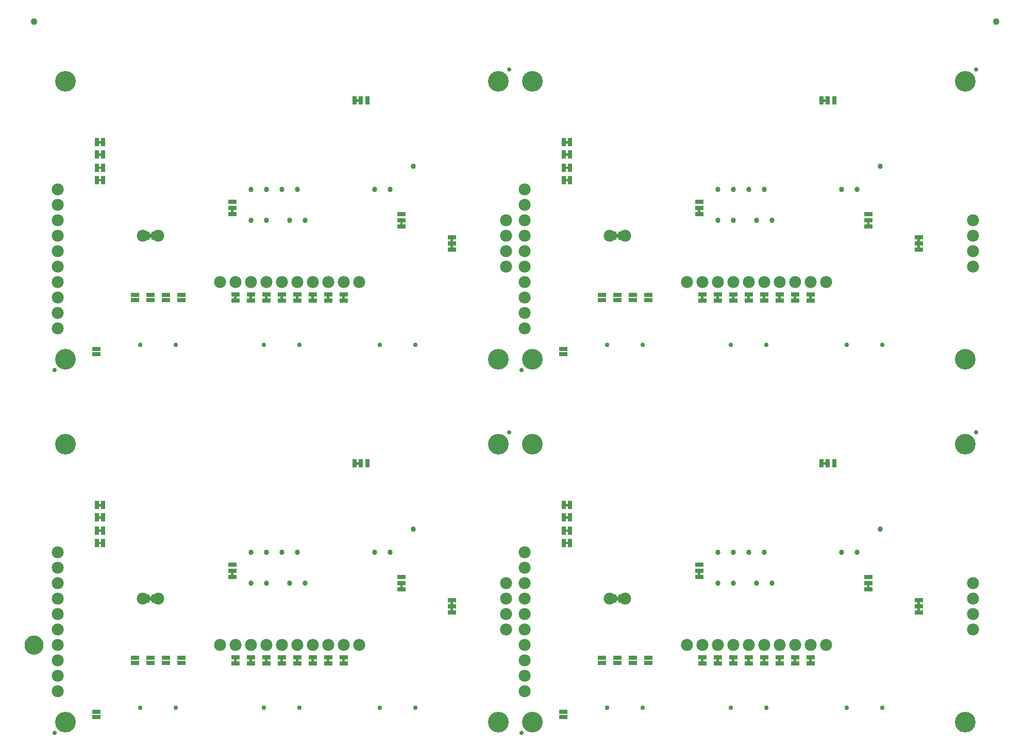
<source format=gbs>
G04 EAGLE Gerber RS-274X export*
G75*
%MOMM*%
%FSLAX34Y34*%
%LPD*%
%INSoldermask Bottom*%
%IPPOS*%
%AMOC8*
5,1,8,0,0,1.08239X$1,22.5*%
G01*
%ADD10C,0.750000*%
%ADD11C,0.735000*%
%ADD12C,3.402000*%
%ADD13R,1.370000X0.760400*%
%ADD14R,0.735000X1.370000*%
%ADD15C,1.979600*%
%ADD16R,0.760400X1.370000*%
%ADD17C,0.862000*%
%ADD18R,1.370000X0.735000*%
%ADD19C,1.100000*%
%ADD20C,1.270000*%
%ADD21C,1.600000*%

G36*
X167070Y822083D02*
X167070Y822083D01*
X167136Y822085D01*
X167179Y822103D01*
X167226Y822111D01*
X167283Y822145D01*
X167343Y822170D01*
X167378Y822201D01*
X167419Y822226D01*
X167461Y822277D01*
X167509Y822321D01*
X167531Y822363D01*
X167560Y822400D01*
X167581Y822462D01*
X167612Y822521D01*
X167620Y822575D01*
X167632Y822612D01*
X167631Y822652D01*
X167639Y822706D01*
X167639Y828294D01*
X167628Y828359D01*
X167626Y828425D01*
X167608Y828468D01*
X167600Y828515D01*
X167566Y828572D01*
X167541Y828632D01*
X167510Y828667D01*
X167485Y828708D01*
X167434Y828750D01*
X167390Y828798D01*
X167348Y828820D01*
X167311Y828849D01*
X167249Y828870D01*
X167190Y828901D01*
X167136Y828909D01*
X167099Y828921D01*
X167059Y828920D01*
X167005Y828928D01*
X163195Y828928D01*
X163130Y828917D01*
X163064Y828915D01*
X163021Y828897D01*
X162974Y828889D01*
X162917Y828855D01*
X162857Y828830D01*
X162822Y828799D01*
X162781Y828774D01*
X162740Y828723D01*
X162691Y828679D01*
X162669Y828637D01*
X162640Y828600D01*
X162619Y828538D01*
X162588Y828479D01*
X162580Y828425D01*
X162568Y828388D01*
X162569Y828348D01*
X162561Y828294D01*
X162561Y822706D01*
X162572Y822641D01*
X162574Y822575D01*
X162592Y822532D01*
X162600Y822485D01*
X162634Y822428D01*
X162659Y822368D01*
X162690Y822333D01*
X162715Y822292D01*
X162766Y822251D01*
X162810Y822202D01*
X162852Y822180D01*
X162889Y822151D01*
X162951Y822130D01*
X163010Y822099D01*
X163064Y822091D01*
X163101Y822079D01*
X163141Y822080D01*
X163195Y822072D01*
X167005Y822072D01*
X167070Y822083D01*
G37*
G36*
X934150Y822083D02*
X934150Y822083D01*
X934216Y822085D01*
X934259Y822103D01*
X934306Y822111D01*
X934363Y822145D01*
X934423Y822170D01*
X934458Y822201D01*
X934499Y822226D01*
X934541Y822277D01*
X934589Y822321D01*
X934611Y822363D01*
X934640Y822400D01*
X934661Y822462D01*
X934692Y822521D01*
X934700Y822575D01*
X934712Y822612D01*
X934711Y822652D01*
X934719Y822706D01*
X934719Y828294D01*
X934708Y828359D01*
X934706Y828425D01*
X934688Y828468D01*
X934680Y828515D01*
X934646Y828572D01*
X934621Y828632D01*
X934590Y828667D01*
X934565Y828708D01*
X934514Y828750D01*
X934470Y828798D01*
X934428Y828820D01*
X934391Y828849D01*
X934329Y828870D01*
X934270Y828901D01*
X934216Y828909D01*
X934179Y828921D01*
X934139Y828920D01*
X934085Y828928D01*
X930275Y828928D01*
X930210Y828917D01*
X930144Y828915D01*
X930101Y828897D01*
X930054Y828889D01*
X929997Y828855D01*
X929937Y828830D01*
X929902Y828799D01*
X929861Y828774D01*
X929820Y828723D01*
X929771Y828679D01*
X929749Y828637D01*
X929720Y828600D01*
X929699Y828538D01*
X929668Y828479D01*
X929660Y828425D01*
X929648Y828388D01*
X929649Y828348D01*
X929641Y828294D01*
X929641Y822706D01*
X929652Y822641D01*
X929654Y822575D01*
X929672Y822532D01*
X929680Y822485D01*
X929714Y822428D01*
X929739Y822368D01*
X929770Y822333D01*
X929795Y822292D01*
X929846Y822251D01*
X929890Y822202D01*
X929932Y822180D01*
X929969Y822151D01*
X930031Y822130D01*
X930090Y822099D01*
X930144Y822091D01*
X930181Y822079D01*
X930221Y822080D01*
X930275Y822072D01*
X934085Y822072D01*
X934150Y822083D01*
G37*
G36*
X167070Y225183D02*
X167070Y225183D01*
X167136Y225185D01*
X167179Y225203D01*
X167226Y225211D01*
X167283Y225245D01*
X167343Y225270D01*
X167378Y225301D01*
X167419Y225326D01*
X167461Y225377D01*
X167509Y225421D01*
X167531Y225463D01*
X167560Y225500D01*
X167581Y225562D01*
X167612Y225621D01*
X167620Y225675D01*
X167632Y225712D01*
X167631Y225752D01*
X167639Y225806D01*
X167639Y231394D01*
X167628Y231459D01*
X167626Y231525D01*
X167608Y231568D01*
X167600Y231615D01*
X167566Y231672D01*
X167541Y231732D01*
X167510Y231767D01*
X167485Y231808D01*
X167434Y231850D01*
X167390Y231898D01*
X167348Y231920D01*
X167311Y231949D01*
X167249Y231970D01*
X167190Y232001D01*
X167136Y232009D01*
X167099Y232021D01*
X167059Y232020D01*
X167005Y232028D01*
X163195Y232028D01*
X163130Y232017D01*
X163064Y232015D01*
X163021Y231997D01*
X162974Y231989D01*
X162917Y231955D01*
X162857Y231930D01*
X162822Y231899D01*
X162781Y231874D01*
X162740Y231823D01*
X162691Y231779D01*
X162669Y231737D01*
X162640Y231700D01*
X162619Y231638D01*
X162588Y231579D01*
X162580Y231525D01*
X162568Y231488D01*
X162569Y231448D01*
X162561Y231394D01*
X162561Y225806D01*
X162572Y225741D01*
X162574Y225675D01*
X162592Y225632D01*
X162600Y225585D01*
X162634Y225528D01*
X162659Y225468D01*
X162690Y225433D01*
X162715Y225392D01*
X162766Y225351D01*
X162810Y225302D01*
X162852Y225280D01*
X162889Y225251D01*
X162951Y225230D01*
X163010Y225199D01*
X163064Y225191D01*
X163101Y225179D01*
X163141Y225180D01*
X163195Y225172D01*
X167005Y225172D01*
X167070Y225183D01*
G37*
G36*
X934150Y225183D02*
X934150Y225183D01*
X934216Y225185D01*
X934259Y225203D01*
X934306Y225211D01*
X934363Y225245D01*
X934423Y225270D01*
X934458Y225301D01*
X934499Y225326D01*
X934541Y225377D01*
X934589Y225421D01*
X934611Y225463D01*
X934640Y225500D01*
X934661Y225562D01*
X934692Y225621D01*
X934700Y225675D01*
X934712Y225712D01*
X934711Y225752D01*
X934719Y225806D01*
X934719Y231394D01*
X934708Y231459D01*
X934706Y231525D01*
X934688Y231568D01*
X934680Y231615D01*
X934646Y231672D01*
X934621Y231732D01*
X934590Y231767D01*
X934565Y231808D01*
X934514Y231850D01*
X934470Y231898D01*
X934428Y231920D01*
X934391Y231949D01*
X934329Y231970D01*
X934270Y232001D01*
X934216Y232009D01*
X934179Y232021D01*
X934139Y232020D01*
X934085Y232028D01*
X930275Y232028D01*
X930210Y232017D01*
X930144Y232015D01*
X930101Y231997D01*
X930054Y231989D01*
X929997Y231955D01*
X929937Y231930D01*
X929902Y231899D01*
X929861Y231874D01*
X929820Y231823D01*
X929771Y231779D01*
X929749Y231737D01*
X929720Y231700D01*
X929699Y231638D01*
X929668Y231579D01*
X929660Y231525D01*
X929648Y231488D01*
X929649Y231448D01*
X929641Y231394D01*
X929641Y225806D01*
X929652Y225741D01*
X929654Y225675D01*
X929672Y225632D01*
X929680Y225585D01*
X929714Y225528D01*
X929739Y225468D01*
X929770Y225433D01*
X929795Y225392D01*
X929846Y225351D01*
X929890Y225302D01*
X929932Y225280D01*
X929969Y225251D01*
X930031Y225230D01*
X930090Y225199D01*
X930144Y225191D01*
X930181Y225179D01*
X930221Y225180D01*
X930275Y225172D01*
X934085Y225172D01*
X934150Y225183D01*
G37*
G36*
X382335Y721372D02*
X382335Y721372D01*
X382401Y721374D01*
X382444Y721392D01*
X382491Y721400D01*
X382548Y721434D01*
X382608Y721459D01*
X382643Y721490D01*
X382684Y721515D01*
X382726Y721566D01*
X382774Y721610D01*
X382796Y721652D01*
X382825Y721689D01*
X382846Y721751D01*
X382877Y721810D01*
X382885Y721864D01*
X382897Y721901D01*
X382896Y721941D01*
X382904Y721995D01*
X382904Y725805D01*
X382893Y725870D01*
X382891Y725936D01*
X382873Y725979D01*
X382865Y726026D01*
X382831Y726083D01*
X382806Y726143D01*
X382775Y726178D01*
X382750Y726219D01*
X382699Y726261D01*
X382655Y726309D01*
X382613Y726331D01*
X382576Y726360D01*
X382514Y726381D01*
X382455Y726412D01*
X382401Y726420D01*
X382364Y726432D01*
X382324Y726431D01*
X382270Y726439D01*
X379730Y726439D01*
X379665Y726428D01*
X379599Y726426D01*
X379556Y726408D01*
X379509Y726400D01*
X379452Y726366D01*
X379392Y726341D01*
X379357Y726310D01*
X379316Y726285D01*
X379275Y726234D01*
X379226Y726190D01*
X379204Y726148D01*
X379175Y726111D01*
X379154Y726049D01*
X379123Y725990D01*
X379115Y725936D01*
X379103Y725899D01*
X379103Y725895D01*
X379103Y725894D01*
X379104Y725859D01*
X379096Y725805D01*
X379096Y721995D01*
X379107Y721930D01*
X379109Y721864D01*
X379127Y721821D01*
X379135Y721774D01*
X379169Y721717D01*
X379194Y721657D01*
X379225Y721622D01*
X379250Y721581D01*
X379301Y721540D01*
X379345Y721491D01*
X379387Y721469D01*
X379424Y721440D01*
X379486Y721419D01*
X379545Y721388D01*
X379599Y721380D01*
X379636Y721368D01*
X379676Y721369D01*
X379730Y721361D01*
X382270Y721361D01*
X382335Y721372D01*
G37*
G36*
X407735Y721372D02*
X407735Y721372D01*
X407801Y721374D01*
X407844Y721392D01*
X407891Y721400D01*
X407948Y721434D01*
X408008Y721459D01*
X408043Y721490D01*
X408084Y721515D01*
X408126Y721566D01*
X408174Y721610D01*
X408196Y721652D01*
X408225Y721689D01*
X408246Y721751D01*
X408277Y721810D01*
X408285Y721864D01*
X408297Y721901D01*
X408296Y721941D01*
X408304Y721995D01*
X408304Y725805D01*
X408293Y725870D01*
X408291Y725936D01*
X408273Y725979D01*
X408265Y726026D01*
X408231Y726083D01*
X408206Y726143D01*
X408175Y726178D01*
X408150Y726219D01*
X408099Y726261D01*
X408055Y726309D01*
X408013Y726331D01*
X407976Y726360D01*
X407914Y726381D01*
X407855Y726412D01*
X407801Y726420D01*
X407764Y726432D01*
X407724Y726431D01*
X407670Y726439D01*
X405130Y726439D01*
X405065Y726428D01*
X404999Y726426D01*
X404956Y726408D01*
X404909Y726400D01*
X404852Y726366D01*
X404792Y726341D01*
X404757Y726310D01*
X404716Y726285D01*
X404675Y726234D01*
X404626Y726190D01*
X404604Y726148D01*
X404575Y726111D01*
X404554Y726049D01*
X404523Y725990D01*
X404515Y725936D01*
X404503Y725899D01*
X404503Y725895D01*
X404503Y725894D01*
X404504Y725859D01*
X404496Y725805D01*
X404496Y721995D01*
X404507Y721930D01*
X404509Y721864D01*
X404527Y721821D01*
X404535Y721774D01*
X404569Y721717D01*
X404594Y721657D01*
X404625Y721622D01*
X404650Y721581D01*
X404701Y721540D01*
X404745Y721491D01*
X404787Y721469D01*
X404824Y721440D01*
X404886Y721419D01*
X404945Y721388D01*
X404999Y721380D01*
X405036Y721368D01*
X405076Y721369D01*
X405130Y721361D01*
X407670Y721361D01*
X407735Y721372D01*
G37*
G36*
X433135Y721372D02*
X433135Y721372D01*
X433201Y721374D01*
X433244Y721392D01*
X433291Y721400D01*
X433348Y721434D01*
X433408Y721459D01*
X433443Y721490D01*
X433484Y721515D01*
X433526Y721566D01*
X433574Y721610D01*
X433596Y721652D01*
X433625Y721689D01*
X433646Y721751D01*
X433677Y721810D01*
X433685Y721864D01*
X433697Y721901D01*
X433696Y721941D01*
X433704Y721995D01*
X433704Y725805D01*
X433693Y725870D01*
X433691Y725936D01*
X433673Y725979D01*
X433665Y726026D01*
X433631Y726083D01*
X433606Y726143D01*
X433575Y726178D01*
X433550Y726219D01*
X433499Y726261D01*
X433455Y726309D01*
X433413Y726331D01*
X433376Y726360D01*
X433314Y726381D01*
X433255Y726412D01*
X433201Y726420D01*
X433164Y726432D01*
X433124Y726431D01*
X433070Y726439D01*
X430530Y726439D01*
X430465Y726428D01*
X430399Y726426D01*
X430356Y726408D01*
X430309Y726400D01*
X430252Y726366D01*
X430192Y726341D01*
X430157Y726310D01*
X430116Y726285D01*
X430075Y726234D01*
X430026Y726190D01*
X430004Y726148D01*
X429975Y726111D01*
X429954Y726049D01*
X429923Y725990D01*
X429915Y725936D01*
X429903Y725899D01*
X429903Y725895D01*
X429903Y725894D01*
X429904Y725859D01*
X429896Y725805D01*
X429896Y721995D01*
X429907Y721930D01*
X429909Y721864D01*
X429927Y721821D01*
X429935Y721774D01*
X429969Y721717D01*
X429994Y721657D01*
X430025Y721622D01*
X430050Y721581D01*
X430101Y721540D01*
X430145Y721491D01*
X430187Y721469D01*
X430224Y721440D01*
X430286Y721419D01*
X430345Y721388D01*
X430399Y721380D01*
X430436Y721368D01*
X430476Y721369D01*
X430530Y721361D01*
X433070Y721361D01*
X433135Y721372D01*
G37*
G36*
X1251015Y124472D02*
X1251015Y124472D01*
X1251081Y124474D01*
X1251124Y124492D01*
X1251171Y124500D01*
X1251228Y124534D01*
X1251288Y124559D01*
X1251323Y124590D01*
X1251364Y124615D01*
X1251406Y124666D01*
X1251454Y124710D01*
X1251476Y124752D01*
X1251505Y124789D01*
X1251526Y124851D01*
X1251557Y124910D01*
X1251565Y124964D01*
X1251577Y125001D01*
X1251576Y125041D01*
X1251584Y125095D01*
X1251584Y128905D01*
X1251573Y128970D01*
X1251571Y129036D01*
X1251553Y129079D01*
X1251545Y129126D01*
X1251511Y129183D01*
X1251486Y129243D01*
X1251455Y129278D01*
X1251430Y129319D01*
X1251379Y129361D01*
X1251335Y129409D01*
X1251293Y129431D01*
X1251256Y129460D01*
X1251194Y129481D01*
X1251135Y129512D01*
X1251081Y129520D01*
X1251044Y129532D01*
X1251004Y129531D01*
X1250950Y129539D01*
X1248410Y129539D01*
X1248345Y129528D01*
X1248279Y129526D01*
X1248236Y129508D01*
X1248189Y129500D01*
X1248132Y129466D01*
X1248072Y129441D01*
X1248037Y129410D01*
X1247996Y129385D01*
X1247955Y129334D01*
X1247906Y129290D01*
X1247884Y129248D01*
X1247855Y129211D01*
X1247834Y129149D01*
X1247803Y129090D01*
X1247795Y129036D01*
X1247783Y128999D01*
X1247783Y128995D01*
X1247783Y128994D01*
X1247784Y128959D01*
X1247776Y128905D01*
X1247776Y125095D01*
X1247787Y125030D01*
X1247789Y124964D01*
X1247807Y124921D01*
X1247815Y124874D01*
X1247849Y124817D01*
X1247874Y124757D01*
X1247905Y124722D01*
X1247930Y124681D01*
X1247981Y124640D01*
X1248025Y124591D01*
X1248067Y124569D01*
X1248104Y124540D01*
X1248166Y124519D01*
X1248225Y124488D01*
X1248279Y124480D01*
X1248316Y124468D01*
X1248356Y124469D01*
X1248410Y124461D01*
X1250950Y124461D01*
X1251015Y124472D01*
G37*
G36*
X306135Y721372D02*
X306135Y721372D01*
X306201Y721374D01*
X306244Y721392D01*
X306291Y721400D01*
X306348Y721434D01*
X306408Y721459D01*
X306443Y721490D01*
X306484Y721515D01*
X306526Y721566D01*
X306574Y721610D01*
X306596Y721652D01*
X306625Y721689D01*
X306646Y721751D01*
X306677Y721810D01*
X306685Y721864D01*
X306697Y721901D01*
X306696Y721941D01*
X306704Y721995D01*
X306704Y725805D01*
X306693Y725870D01*
X306691Y725936D01*
X306673Y725979D01*
X306665Y726026D01*
X306631Y726083D01*
X306606Y726143D01*
X306575Y726178D01*
X306550Y726219D01*
X306499Y726261D01*
X306455Y726309D01*
X306413Y726331D01*
X306376Y726360D01*
X306314Y726381D01*
X306255Y726412D01*
X306201Y726420D01*
X306164Y726432D01*
X306124Y726431D01*
X306070Y726439D01*
X303530Y726439D01*
X303465Y726428D01*
X303399Y726426D01*
X303356Y726408D01*
X303309Y726400D01*
X303252Y726366D01*
X303192Y726341D01*
X303157Y726310D01*
X303116Y726285D01*
X303075Y726234D01*
X303026Y726190D01*
X303004Y726148D01*
X302975Y726111D01*
X302954Y726049D01*
X302923Y725990D01*
X302915Y725936D01*
X302903Y725899D01*
X302903Y725895D01*
X302903Y725894D01*
X302904Y725859D01*
X302896Y725805D01*
X302896Y721995D01*
X302907Y721930D01*
X302909Y721864D01*
X302927Y721821D01*
X302935Y721774D01*
X302969Y721717D01*
X302994Y721657D01*
X303025Y721622D01*
X303050Y721581D01*
X303101Y721540D01*
X303145Y721491D01*
X303187Y721469D01*
X303224Y721440D01*
X303286Y721419D01*
X303345Y721388D01*
X303399Y721380D01*
X303436Y721368D01*
X303476Y721369D01*
X303530Y721361D01*
X306070Y721361D01*
X306135Y721372D01*
G37*
G36*
X661735Y805192D02*
X661735Y805192D01*
X661801Y805194D01*
X661844Y805212D01*
X661891Y805220D01*
X661948Y805254D01*
X662008Y805279D01*
X662043Y805310D01*
X662084Y805335D01*
X662126Y805386D01*
X662174Y805430D01*
X662196Y805472D01*
X662225Y805509D01*
X662246Y805571D01*
X662277Y805630D01*
X662285Y805684D01*
X662297Y805721D01*
X662296Y805761D01*
X662304Y805815D01*
X662304Y809625D01*
X662293Y809690D01*
X662291Y809756D01*
X662273Y809799D01*
X662265Y809846D01*
X662231Y809903D01*
X662206Y809963D01*
X662175Y809998D01*
X662150Y810039D01*
X662099Y810081D01*
X662055Y810129D01*
X662013Y810151D01*
X661976Y810180D01*
X661914Y810201D01*
X661855Y810232D01*
X661801Y810240D01*
X661764Y810252D01*
X661724Y810251D01*
X661670Y810259D01*
X659130Y810259D01*
X659065Y810248D01*
X658999Y810246D01*
X658956Y810228D01*
X658909Y810220D01*
X658852Y810186D01*
X658792Y810161D01*
X658757Y810130D01*
X658716Y810105D01*
X658675Y810054D01*
X658626Y810010D01*
X658604Y809968D01*
X658575Y809931D01*
X658554Y809869D01*
X658523Y809810D01*
X658515Y809756D01*
X658503Y809719D01*
X658503Y809715D01*
X658503Y809714D01*
X658504Y809679D01*
X658496Y809625D01*
X658496Y805815D01*
X658507Y805750D01*
X658509Y805684D01*
X658527Y805641D01*
X658535Y805594D01*
X658569Y805537D01*
X658594Y805477D01*
X658625Y805442D01*
X658650Y805401D01*
X658701Y805360D01*
X658745Y805311D01*
X658787Y805289D01*
X658824Y805260D01*
X658886Y805239D01*
X658945Y805208D01*
X658999Y805200D01*
X659036Y805188D01*
X659076Y805189D01*
X659130Y805181D01*
X661670Y805181D01*
X661735Y805192D01*
G37*
G36*
X356935Y721372D02*
X356935Y721372D01*
X357001Y721374D01*
X357044Y721392D01*
X357091Y721400D01*
X357148Y721434D01*
X357208Y721459D01*
X357243Y721490D01*
X357284Y721515D01*
X357326Y721566D01*
X357374Y721610D01*
X357396Y721652D01*
X357425Y721689D01*
X357446Y721751D01*
X357477Y721810D01*
X357485Y721864D01*
X357497Y721901D01*
X357496Y721941D01*
X357504Y721995D01*
X357504Y725805D01*
X357493Y725870D01*
X357491Y725936D01*
X357473Y725979D01*
X357465Y726026D01*
X357431Y726083D01*
X357406Y726143D01*
X357375Y726178D01*
X357350Y726219D01*
X357299Y726261D01*
X357255Y726309D01*
X357213Y726331D01*
X357176Y726360D01*
X357114Y726381D01*
X357055Y726412D01*
X357001Y726420D01*
X356964Y726432D01*
X356924Y726431D01*
X356870Y726439D01*
X354330Y726439D01*
X354265Y726428D01*
X354199Y726426D01*
X354156Y726408D01*
X354109Y726400D01*
X354052Y726366D01*
X353992Y726341D01*
X353957Y726310D01*
X353916Y726285D01*
X353875Y726234D01*
X353826Y726190D01*
X353804Y726148D01*
X353775Y726111D01*
X353754Y726049D01*
X353723Y725990D01*
X353715Y725936D01*
X353703Y725899D01*
X353703Y725895D01*
X353703Y725894D01*
X353704Y725859D01*
X353696Y725805D01*
X353696Y721995D01*
X353707Y721930D01*
X353709Y721864D01*
X353727Y721821D01*
X353735Y721774D01*
X353769Y721717D01*
X353794Y721657D01*
X353825Y721622D01*
X353850Y721581D01*
X353901Y721540D01*
X353945Y721491D01*
X353987Y721469D01*
X354024Y721440D01*
X354086Y721419D01*
X354145Y721388D01*
X354199Y721380D01*
X354236Y721368D01*
X354276Y721369D01*
X354330Y721361D01*
X356870Y721361D01*
X356935Y721372D01*
G37*
G36*
X1149415Y124472D02*
X1149415Y124472D01*
X1149481Y124474D01*
X1149524Y124492D01*
X1149571Y124500D01*
X1149628Y124534D01*
X1149688Y124559D01*
X1149723Y124590D01*
X1149764Y124615D01*
X1149806Y124666D01*
X1149854Y124710D01*
X1149876Y124752D01*
X1149905Y124789D01*
X1149926Y124851D01*
X1149957Y124910D01*
X1149965Y124964D01*
X1149977Y125001D01*
X1149976Y125041D01*
X1149984Y125095D01*
X1149984Y128905D01*
X1149973Y128970D01*
X1149971Y129036D01*
X1149953Y129079D01*
X1149945Y129126D01*
X1149911Y129183D01*
X1149886Y129243D01*
X1149855Y129278D01*
X1149830Y129319D01*
X1149779Y129361D01*
X1149735Y129409D01*
X1149693Y129431D01*
X1149656Y129460D01*
X1149594Y129481D01*
X1149535Y129512D01*
X1149481Y129520D01*
X1149444Y129532D01*
X1149404Y129531D01*
X1149350Y129539D01*
X1146810Y129539D01*
X1146745Y129528D01*
X1146679Y129526D01*
X1146636Y129508D01*
X1146589Y129500D01*
X1146532Y129466D01*
X1146472Y129441D01*
X1146437Y129410D01*
X1146396Y129385D01*
X1146355Y129334D01*
X1146306Y129290D01*
X1146284Y129248D01*
X1146255Y129211D01*
X1146234Y129149D01*
X1146203Y129090D01*
X1146195Y129036D01*
X1146183Y128999D01*
X1146183Y128995D01*
X1146183Y128994D01*
X1146184Y128959D01*
X1146176Y128905D01*
X1146176Y125095D01*
X1146187Y125030D01*
X1146189Y124964D01*
X1146207Y124921D01*
X1146215Y124874D01*
X1146249Y124817D01*
X1146274Y124757D01*
X1146305Y124722D01*
X1146330Y124681D01*
X1146381Y124640D01*
X1146425Y124591D01*
X1146467Y124569D01*
X1146504Y124540D01*
X1146566Y124519D01*
X1146625Y124488D01*
X1146679Y124480D01*
X1146716Y124468D01*
X1146756Y124469D01*
X1146810Y124461D01*
X1149350Y124461D01*
X1149415Y124472D01*
G37*
G36*
X1068135Y863612D02*
X1068135Y863612D01*
X1068201Y863614D01*
X1068244Y863632D01*
X1068291Y863640D01*
X1068348Y863674D01*
X1068408Y863699D01*
X1068443Y863730D01*
X1068484Y863755D01*
X1068526Y863806D01*
X1068574Y863850D01*
X1068596Y863892D01*
X1068625Y863929D01*
X1068646Y863991D01*
X1068677Y864050D01*
X1068685Y864104D01*
X1068697Y864141D01*
X1068696Y864181D01*
X1068704Y864235D01*
X1068704Y868045D01*
X1068693Y868110D01*
X1068691Y868176D01*
X1068673Y868219D01*
X1068665Y868266D01*
X1068631Y868323D01*
X1068606Y868383D01*
X1068575Y868418D01*
X1068550Y868459D01*
X1068499Y868501D01*
X1068455Y868549D01*
X1068413Y868571D01*
X1068376Y868600D01*
X1068314Y868621D01*
X1068255Y868652D01*
X1068201Y868660D01*
X1068164Y868672D01*
X1068124Y868671D01*
X1068070Y868679D01*
X1065530Y868679D01*
X1065465Y868668D01*
X1065399Y868666D01*
X1065356Y868648D01*
X1065309Y868640D01*
X1065252Y868606D01*
X1065192Y868581D01*
X1065157Y868550D01*
X1065116Y868525D01*
X1065075Y868474D01*
X1065026Y868430D01*
X1065004Y868388D01*
X1064975Y868351D01*
X1064954Y868289D01*
X1064923Y868230D01*
X1064915Y868176D01*
X1064903Y868139D01*
X1064903Y868135D01*
X1064903Y868134D01*
X1064904Y868099D01*
X1064896Y868045D01*
X1064896Y864235D01*
X1064907Y864170D01*
X1064909Y864104D01*
X1064927Y864061D01*
X1064935Y864014D01*
X1064969Y863957D01*
X1064994Y863897D01*
X1065025Y863862D01*
X1065050Y863821D01*
X1065101Y863780D01*
X1065145Y863731D01*
X1065187Y863709D01*
X1065224Y863680D01*
X1065286Y863659D01*
X1065345Y863628D01*
X1065399Y863620D01*
X1065436Y863608D01*
X1065476Y863609D01*
X1065530Y863601D01*
X1068070Y863601D01*
X1068135Y863612D01*
G37*
G36*
X301055Y863612D02*
X301055Y863612D01*
X301121Y863614D01*
X301164Y863632D01*
X301211Y863640D01*
X301268Y863674D01*
X301328Y863699D01*
X301363Y863730D01*
X301404Y863755D01*
X301446Y863806D01*
X301494Y863850D01*
X301516Y863892D01*
X301545Y863929D01*
X301566Y863991D01*
X301597Y864050D01*
X301605Y864104D01*
X301617Y864141D01*
X301616Y864181D01*
X301624Y864235D01*
X301624Y868045D01*
X301613Y868110D01*
X301611Y868176D01*
X301593Y868219D01*
X301585Y868266D01*
X301551Y868323D01*
X301526Y868383D01*
X301495Y868418D01*
X301470Y868459D01*
X301419Y868501D01*
X301375Y868549D01*
X301333Y868571D01*
X301296Y868600D01*
X301234Y868621D01*
X301175Y868652D01*
X301121Y868660D01*
X301084Y868672D01*
X301044Y868671D01*
X300990Y868679D01*
X298450Y868679D01*
X298385Y868668D01*
X298319Y868666D01*
X298276Y868648D01*
X298229Y868640D01*
X298172Y868606D01*
X298112Y868581D01*
X298077Y868550D01*
X298036Y868525D01*
X297995Y868474D01*
X297946Y868430D01*
X297924Y868388D01*
X297895Y868351D01*
X297874Y868289D01*
X297843Y868230D01*
X297835Y868176D01*
X297823Y868139D01*
X297823Y868135D01*
X297823Y868134D01*
X297824Y868099D01*
X297816Y868045D01*
X297816Y864235D01*
X297827Y864170D01*
X297829Y864104D01*
X297847Y864061D01*
X297855Y864014D01*
X297889Y863957D01*
X297914Y863897D01*
X297945Y863862D01*
X297970Y863821D01*
X298021Y863780D01*
X298065Y863731D01*
X298107Y863709D01*
X298144Y863680D01*
X298206Y863659D01*
X298265Y863628D01*
X298319Y863620D01*
X298356Y863608D01*
X298396Y863609D01*
X298450Y863601D01*
X300990Y863601D01*
X301055Y863612D01*
G37*
G36*
X579185Y843292D02*
X579185Y843292D01*
X579251Y843294D01*
X579294Y843312D01*
X579341Y843320D01*
X579398Y843354D01*
X579458Y843379D01*
X579493Y843410D01*
X579534Y843435D01*
X579576Y843486D01*
X579624Y843530D01*
X579646Y843572D01*
X579675Y843609D01*
X579696Y843671D01*
X579727Y843730D01*
X579735Y843784D01*
X579747Y843821D01*
X579746Y843861D01*
X579754Y843915D01*
X579754Y847725D01*
X579743Y847790D01*
X579741Y847856D01*
X579723Y847899D01*
X579715Y847946D01*
X579681Y848003D01*
X579656Y848063D01*
X579625Y848098D01*
X579600Y848139D01*
X579549Y848181D01*
X579505Y848229D01*
X579463Y848251D01*
X579426Y848280D01*
X579364Y848301D01*
X579305Y848332D01*
X579251Y848340D01*
X579214Y848352D01*
X579174Y848351D01*
X579120Y848359D01*
X576580Y848359D01*
X576515Y848348D01*
X576449Y848346D01*
X576406Y848328D01*
X576359Y848320D01*
X576302Y848286D01*
X576242Y848261D01*
X576207Y848230D01*
X576166Y848205D01*
X576125Y848154D01*
X576076Y848110D01*
X576054Y848068D01*
X576025Y848031D01*
X576004Y847969D01*
X575973Y847910D01*
X575965Y847856D01*
X575953Y847819D01*
X575953Y847815D01*
X575953Y847814D01*
X575954Y847779D01*
X575946Y847725D01*
X575946Y843915D01*
X575957Y843850D01*
X575959Y843784D01*
X575977Y843741D01*
X575985Y843694D01*
X576019Y843637D01*
X576044Y843577D01*
X576075Y843542D01*
X576100Y843501D01*
X576151Y843460D01*
X576195Y843411D01*
X576237Y843389D01*
X576274Y843360D01*
X576336Y843339D01*
X576395Y843308D01*
X576449Y843300D01*
X576486Y843288D01*
X576526Y843289D01*
X576580Y843281D01*
X579120Y843281D01*
X579185Y843292D01*
G37*
G36*
X1346265Y843292D02*
X1346265Y843292D01*
X1346331Y843294D01*
X1346374Y843312D01*
X1346421Y843320D01*
X1346478Y843354D01*
X1346538Y843379D01*
X1346573Y843410D01*
X1346614Y843435D01*
X1346656Y843486D01*
X1346704Y843530D01*
X1346726Y843572D01*
X1346755Y843609D01*
X1346776Y843671D01*
X1346807Y843730D01*
X1346815Y843784D01*
X1346827Y843821D01*
X1346826Y843861D01*
X1346834Y843915D01*
X1346834Y847725D01*
X1346823Y847790D01*
X1346821Y847856D01*
X1346803Y847899D01*
X1346795Y847946D01*
X1346761Y848003D01*
X1346736Y848063D01*
X1346705Y848098D01*
X1346680Y848139D01*
X1346629Y848181D01*
X1346585Y848229D01*
X1346543Y848251D01*
X1346506Y848280D01*
X1346444Y848301D01*
X1346385Y848332D01*
X1346331Y848340D01*
X1346294Y848352D01*
X1346254Y848351D01*
X1346200Y848359D01*
X1343660Y848359D01*
X1343595Y848348D01*
X1343529Y848346D01*
X1343486Y848328D01*
X1343439Y848320D01*
X1343382Y848286D01*
X1343322Y848261D01*
X1343287Y848230D01*
X1343246Y848205D01*
X1343205Y848154D01*
X1343156Y848110D01*
X1343134Y848068D01*
X1343105Y848031D01*
X1343084Y847969D01*
X1343053Y847910D01*
X1343045Y847856D01*
X1343033Y847819D01*
X1343033Y847815D01*
X1343033Y847814D01*
X1343034Y847779D01*
X1343026Y847725D01*
X1343026Y843915D01*
X1343037Y843850D01*
X1343039Y843784D01*
X1343057Y843741D01*
X1343065Y843694D01*
X1343099Y843637D01*
X1343124Y843577D01*
X1343155Y843542D01*
X1343180Y843501D01*
X1343231Y843460D01*
X1343275Y843411D01*
X1343317Y843389D01*
X1343354Y843360D01*
X1343416Y843339D01*
X1343475Y843308D01*
X1343529Y843300D01*
X1343566Y843288D01*
X1343606Y843289D01*
X1343660Y843281D01*
X1346200Y843281D01*
X1346265Y843292D01*
G37*
G36*
X1200215Y721372D02*
X1200215Y721372D01*
X1200281Y721374D01*
X1200324Y721392D01*
X1200371Y721400D01*
X1200428Y721434D01*
X1200488Y721459D01*
X1200523Y721490D01*
X1200564Y721515D01*
X1200606Y721566D01*
X1200654Y721610D01*
X1200676Y721652D01*
X1200705Y721689D01*
X1200726Y721751D01*
X1200757Y721810D01*
X1200765Y721864D01*
X1200777Y721901D01*
X1200776Y721941D01*
X1200784Y721995D01*
X1200784Y725805D01*
X1200773Y725870D01*
X1200771Y725936D01*
X1200753Y725979D01*
X1200745Y726026D01*
X1200711Y726083D01*
X1200686Y726143D01*
X1200655Y726178D01*
X1200630Y726219D01*
X1200579Y726261D01*
X1200535Y726309D01*
X1200493Y726331D01*
X1200456Y726360D01*
X1200394Y726381D01*
X1200335Y726412D01*
X1200281Y726420D01*
X1200244Y726432D01*
X1200204Y726431D01*
X1200150Y726439D01*
X1197610Y726439D01*
X1197545Y726428D01*
X1197479Y726426D01*
X1197436Y726408D01*
X1197389Y726400D01*
X1197332Y726366D01*
X1197272Y726341D01*
X1197237Y726310D01*
X1197196Y726285D01*
X1197155Y726234D01*
X1197106Y726190D01*
X1197084Y726148D01*
X1197055Y726111D01*
X1197034Y726049D01*
X1197003Y725990D01*
X1196995Y725936D01*
X1196983Y725899D01*
X1196983Y725895D01*
X1196983Y725894D01*
X1196984Y725859D01*
X1196976Y725805D01*
X1196976Y721995D01*
X1196987Y721930D01*
X1196989Y721864D01*
X1197007Y721821D01*
X1197015Y721774D01*
X1197049Y721717D01*
X1197074Y721657D01*
X1197105Y721622D01*
X1197130Y721581D01*
X1197181Y721540D01*
X1197225Y721491D01*
X1197267Y721469D01*
X1197304Y721440D01*
X1197366Y721419D01*
X1197425Y721388D01*
X1197479Y721380D01*
X1197516Y721368D01*
X1197556Y721369D01*
X1197610Y721361D01*
X1200150Y721361D01*
X1200215Y721372D01*
G37*
G36*
X1428815Y815352D02*
X1428815Y815352D01*
X1428881Y815354D01*
X1428924Y815372D01*
X1428971Y815380D01*
X1429028Y815414D01*
X1429088Y815439D01*
X1429123Y815470D01*
X1429164Y815495D01*
X1429206Y815546D01*
X1429254Y815590D01*
X1429276Y815632D01*
X1429305Y815669D01*
X1429326Y815731D01*
X1429357Y815790D01*
X1429365Y815844D01*
X1429377Y815881D01*
X1429376Y815921D01*
X1429384Y815975D01*
X1429384Y819785D01*
X1429373Y819850D01*
X1429371Y819916D01*
X1429353Y819959D01*
X1429345Y820006D01*
X1429311Y820063D01*
X1429286Y820123D01*
X1429255Y820158D01*
X1429230Y820199D01*
X1429179Y820241D01*
X1429135Y820289D01*
X1429093Y820311D01*
X1429056Y820340D01*
X1428994Y820361D01*
X1428935Y820392D01*
X1428881Y820400D01*
X1428844Y820412D01*
X1428804Y820411D01*
X1428750Y820419D01*
X1426210Y820419D01*
X1426145Y820408D01*
X1426079Y820406D01*
X1426036Y820388D01*
X1425989Y820380D01*
X1425932Y820346D01*
X1425872Y820321D01*
X1425837Y820290D01*
X1425796Y820265D01*
X1425755Y820214D01*
X1425706Y820170D01*
X1425684Y820128D01*
X1425655Y820091D01*
X1425634Y820029D01*
X1425603Y819970D01*
X1425595Y819916D01*
X1425583Y819879D01*
X1425583Y819875D01*
X1425583Y819874D01*
X1425584Y819839D01*
X1425576Y819785D01*
X1425576Y815975D01*
X1425587Y815910D01*
X1425589Y815844D01*
X1425607Y815801D01*
X1425615Y815754D01*
X1425649Y815697D01*
X1425674Y815637D01*
X1425705Y815602D01*
X1425730Y815561D01*
X1425781Y815520D01*
X1425825Y815471D01*
X1425867Y815449D01*
X1425904Y815420D01*
X1425966Y815399D01*
X1426025Y815368D01*
X1426079Y815360D01*
X1426116Y815348D01*
X1426156Y815349D01*
X1426210Y815341D01*
X1428750Y815341D01*
X1428815Y815352D01*
G37*
G36*
X661735Y815352D02*
X661735Y815352D01*
X661801Y815354D01*
X661844Y815372D01*
X661891Y815380D01*
X661948Y815414D01*
X662008Y815439D01*
X662043Y815470D01*
X662084Y815495D01*
X662126Y815546D01*
X662174Y815590D01*
X662196Y815632D01*
X662225Y815669D01*
X662246Y815731D01*
X662277Y815790D01*
X662285Y815844D01*
X662297Y815881D01*
X662296Y815921D01*
X662304Y815975D01*
X662304Y819785D01*
X662293Y819850D01*
X662291Y819916D01*
X662273Y819959D01*
X662265Y820006D01*
X662231Y820063D01*
X662206Y820123D01*
X662175Y820158D01*
X662150Y820199D01*
X662099Y820241D01*
X662055Y820289D01*
X662013Y820311D01*
X661976Y820340D01*
X661914Y820361D01*
X661855Y820392D01*
X661801Y820400D01*
X661764Y820412D01*
X661724Y820411D01*
X661670Y820419D01*
X659130Y820419D01*
X659065Y820408D01*
X658999Y820406D01*
X658956Y820388D01*
X658909Y820380D01*
X658852Y820346D01*
X658792Y820321D01*
X658757Y820290D01*
X658716Y820265D01*
X658675Y820214D01*
X658626Y820170D01*
X658604Y820128D01*
X658575Y820091D01*
X658554Y820029D01*
X658523Y819970D01*
X658515Y819916D01*
X658503Y819879D01*
X658503Y819875D01*
X658503Y819874D01*
X658504Y819839D01*
X658496Y819785D01*
X658496Y815975D01*
X658507Y815910D01*
X658509Y815844D01*
X658527Y815801D01*
X658535Y815754D01*
X658569Y815697D01*
X658594Y815637D01*
X658625Y815602D01*
X658650Y815561D01*
X658701Y815520D01*
X658745Y815471D01*
X658787Y815449D01*
X658824Y815420D01*
X658886Y815399D01*
X658945Y815368D01*
X658999Y815360D01*
X659036Y815348D01*
X659076Y815349D01*
X659130Y815341D01*
X661670Y815341D01*
X661735Y815352D01*
G37*
G36*
X483935Y721372D02*
X483935Y721372D01*
X484001Y721374D01*
X484044Y721392D01*
X484091Y721400D01*
X484148Y721434D01*
X484208Y721459D01*
X484243Y721490D01*
X484284Y721515D01*
X484326Y721566D01*
X484374Y721610D01*
X484396Y721652D01*
X484425Y721689D01*
X484446Y721751D01*
X484477Y721810D01*
X484485Y721864D01*
X484497Y721901D01*
X484496Y721941D01*
X484504Y721995D01*
X484504Y725805D01*
X484493Y725870D01*
X484491Y725936D01*
X484473Y725979D01*
X484465Y726026D01*
X484431Y726083D01*
X484406Y726143D01*
X484375Y726178D01*
X484350Y726219D01*
X484299Y726261D01*
X484255Y726309D01*
X484213Y726331D01*
X484176Y726360D01*
X484114Y726381D01*
X484055Y726412D01*
X484001Y726420D01*
X483964Y726432D01*
X483924Y726431D01*
X483870Y726439D01*
X481330Y726439D01*
X481265Y726428D01*
X481199Y726426D01*
X481156Y726408D01*
X481109Y726400D01*
X481052Y726366D01*
X480992Y726341D01*
X480957Y726310D01*
X480916Y726285D01*
X480875Y726234D01*
X480826Y726190D01*
X480804Y726148D01*
X480775Y726111D01*
X480754Y726049D01*
X480723Y725990D01*
X480715Y725936D01*
X480703Y725899D01*
X480703Y725895D01*
X480703Y725894D01*
X480704Y725859D01*
X480696Y725805D01*
X480696Y721995D01*
X480707Y721930D01*
X480709Y721864D01*
X480727Y721821D01*
X480735Y721774D01*
X480769Y721717D01*
X480794Y721657D01*
X480825Y721622D01*
X480850Y721581D01*
X480901Y721540D01*
X480945Y721491D01*
X480987Y721469D01*
X481024Y721440D01*
X481086Y721419D01*
X481145Y721388D01*
X481199Y721380D01*
X481236Y721368D01*
X481276Y721369D01*
X481330Y721361D01*
X483870Y721361D01*
X483935Y721372D01*
G37*
G36*
X1428815Y805192D02*
X1428815Y805192D01*
X1428881Y805194D01*
X1428924Y805212D01*
X1428971Y805220D01*
X1429028Y805254D01*
X1429088Y805279D01*
X1429123Y805310D01*
X1429164Y805335D01*
X1429206Y805386D01*
X1429254Y805430D01*
X1429276Y805472D01*
X1429305Y805509D01*
X1429326Y805571D01*
X1429357Y805630D01*
X1429365Y805684D01*
X1429377Y805721D01*
X1429376Y805761D01*
X1429384Y805815D01*
X1429384Y809625D01*
X1429373Y809690D01*
X1429371Y809756D01*
X1429353Y809799D01*
X1429345Y809846D01*
X1429311Y809903D01*
X1429286Y809963D01*
X1429255Y809998D01*
X1429230Y810039D01*
X1429179Y810081D01*
X1429135Y810129D01*
X1429093Y810151D01*
X1429056Y810180D01*
X1428994Y810201D01*
X1428935Y810232D01*
X1428881Y810240D01*
X1428844Y810252D01*
X1428804Y810251D01*
X1428750Y810259D01*
X1426210Y810259D01*
X1426145Y810248D01*
X1426079Y810246D01*
X1426036Y810228D01*
X1425989Y810220D01*
X1425932Y810186D01*
X1425872Y810161D01*
X1425837Y810130D01*
X1425796Y810105D01*
X1425755Y810054D01*
X1425706Y810010D01*
X1425684Y809968D01*
X1425655Y809931D01*
X1425634Y809869D01*
X1425603Y809810D01*
X1425595Y809756D01*
X1425583Y809719D01*
X1425583Y809715D01*
X1425583Y809714D01*
X1425584Y809679D01*
X1425576Y809625D01*
X1425576Y805815D01*
X1425587Y805750D01*
X1425589Y805684D01*
X1425607Y805641D01*
X1425615Y805594D01*
X1425649Y805537D01*
X1425674Y805477D01*
X1425705Y805442D01*
X1425730Y805401D01*
X1425781Y805360D01*
X1425825Y805311D01*
X1425867Y805289D01*
X1425904Y805260D01*
X1425966Y805239D01*
X1426025Y805208D01*
X1426079Y805200D01*
X1426116Y805188D01*
X1426156Y805189D01*
X1426210Y805181D01*
X1428750Y805181D01*
X1428815Y805192D01*
G37*
G36*
X458535Y721372D02*
X458535Y721372D01*
X458601Y721374D01*
X458644Y721392D01*
X458691Y721400D01*
X458748Y721434D01*
X458808Y721459D01*
X458843Y721490D01*
X458884Y721515D01*
X458926Y721566D01*
X458974Y721610D01*
X458996Y721652D01*
X459025Y721689D01*
X459046Y721751D01*
X459077Y721810D01*
X459085Y721864D01*
X459097Y721901D01*
X459096Y721941D01*
X459104Y721995D01*
X459104Y725805D01*
X459093Y725870D01*
X459091Y725936D01*
X459073Y725979D01*
X459065Y726026D01*
X459031Y726083D01*
X459006Y726143D01*
X458975Y726178D01*
X458950Y726219D01*
X458899Y726261D01*
X458855Y726309D01*
X458813Y726331D01*
X458776Y726360D01*
X458714Y726381D01*
X458655Y726412D01*
X458601Y726420D01*
X458564Y726432D01*
X458524Y726431D01*
X458470Y726439D01*
X455930Y726439D01*
X455865Y726428D01*
X455799Y726426D01*
X455756Y726408D01*
X455709Y726400D01*
X455652Y726366D01*
X455592Y726341D01*
X455557Y726310D01*
X455516Y726285D01*
X455475Y726234D01*
X455426Y726190D01*
X455404Y726148D01*
X455375Y726111D01*
X455354Y726049D01*
X455323Y725990D01*
X455315Y725936D01*
X455303Y725899D01*
X455303Y725895D01*
X455303Y725894D01*
X455304Y725859D01*
X455296Y725805D01*
X455296Y721995D01*
X455307Y721930D01*
X455309Y721864D01*
X455327Y721821D01*
X455335Y721774D01*
X455369Y721717D01*
X455394Y721657D01*
X455425Y721622D01*
X455450Y721581D01*
X455501Y721540D01*
X455545Y721491D01*
X455587Y721469D01*
X455624Y721440D01*
X455686Y721419D01*
X455745Y721388D01*
X455799Y721380D01*
X455836Y721368D01*
X455876Y721369D01*
X455930Y721361D01*
X458470Y721361D01*
X458535Y721372D01*
G37*
G36*
X1149415Y721372D02*
X1149415Y721372D01*
X1149481Y721374D01*
X1149524Y721392D01*
X1149571Y721400D01*
X1149628Y721434D01*
X1149688Y721459D01*
X1149723Y721490D01*
X1149764Y721515D01*
X1149806Y721566D01*
X1149854Y721610D01*
X1149876Y721652D01*
X1149905Y721689D01*
X1149926Y721751D01*
X1149957Y721810D01*
X1149965Y721864D01*
X1149977Y721901D01*
X1149976Y721941D01*
X1149984Y721995D01*
X1149984Y725805D01*
X1149973Y725870D01*
X1149971Y725936D01*
X1149953Y725979D01*
X1149945Y726026D01*
X1149911Y726083D01*
X1149886Y726143D01*
X1149855Y726178D01*
X1149830Y726219D01*
X1149779Y726261D01*
X1149735Y726309D01*
X1149693Y726331D01*
X1149656Y726360D01*
X1149594Y726381D01*
X1149535Y726412D01*
X1149481Y726420D01*
X1149444Y726432D01*
X1149404Y726431D01*
X1149350Y726439D01*
X1146810Y726439D01*
X1146745Y726428D01*
X1146679Y726426D01*
X1146636Y726408D01*
X1146589Y726400D01*
X1146532Y726366D01*
X1146472Y726341D01*
X1146437Y726310D01*
X1146396Y726285D01*
X1146355Y726234D01*
X1146306Y726190D01*
X1146284Y726148D01*
X1146255Y726111D01*
X1146234Y726049D01*
X1146203Y725990D01*
X1146195Y725936D01*
X1146183Y725899D01*
X1146183Y725895D01*
X1146183Y725894D01*
X1146184Y725859D01*
X1146176Y725805D01*
X1146176Y721995D01*
X1146187Y721930D01*
X1146189Y721864D01*
X1146207Y721821D01*
X1146215Y721774D01*
X1146249Y721717D01*
X1146274Y721657D01*
X1146305Y721622D01*
X1146330Y721581D01*
X1146381Y721540D01*
X1146425Y721491D01*
X1146467Y721469D01*
X1146504Y721440D01*
X1146566Y721419D01*
X1146625Y721388D01*
X1146679Y721380D01*
X1146716Y721368D01*
X1146756Y721369D01*
X1146810Y721361D01*
X1149350Y721361D01*
X1149415Y721372D01*
G37*
G36*
X331535Y721372D02*
X331535Y721372D01*
X331601Y721374D01*
X331644Y721392D01*
X331691Y721400D01*
X331748Y721434D01*
X331808Y721459D01*
X331843Y721490D01*
X331884Y721515D01*
X331926Y721566D01*
X331974Y721610D01*
X331996Y721652D01*
X332025Y721689D01*
X332046Y721751D01*
X332077Y721810D01*
X332085Y721864D01*
X332097Y721901D01*
X332096Y721941D01*
X332104Y721995D01*
X332104Y725805D01*
X332093Y725870D01*
X332091Y725936D01*
X332073Y725979D01*
X332065Y726026D01*
X332031Y726083D01*
X332006Y726143D01*
X331975Y726178D01*
X331950Y726219D01*
X331899Y726261D01*
X331855Y726309D01*
X331813Y726331D01*
X331776Y726360D01*
X331714Y726381D01*
X331655Y726412D01*
X331601Y726420D01*
X331564Y726432D01*
X331524Y726431D01*
X331470Y726439D01*
X328930Y726439D01*
X328865Y726428D01*
X328799Y726426D01*
X328756Y726408D01*
X328709Y726400D01*
X328652Y726366D01*
X328592Y726341D01*
X328557Y726310D01*
X328516Y726285D01*
X328475Y726234D01*
X328426Y726190D01*
X328404Y726148D01*
X328375Y726111D01*
X328354Y726049D01*
X328323Y725990D01*
X328315Y725936D01*
X328303Y725899D01*
X328303Y725895D01*
X328303Y725894D01*
X328304Y725859D01*
X328296Y725805D01*
X328296Y721995D01*
X328307Y721930D01*
X328309Y721864D01*
X328327Y721821D01*
X328335Y721774D01*
X328369Y721717D01*
X328394Y721657D01*
X328425Y721622D01*
X328450Y721581D01*
X328501Y721540D01*
X328545Y721491D01*
X328587Y721469D01*
X328624Y721440D01*
X328686Y721419D01*
X328745Y721388D01*
X328799Y721380D01*
X328836Y721368D01*
X328876Y721369D01*
X328930Y721361D01*
X331470Y721361D01*
X331535Y721372D01*
G37*
G36*
X1073215Y721372D02*
X1073215Y721372D01*
X1073281Y721374D01*
X1073324Y721392D01*
X1073371Y721400D01*
X1073428Y721434D01*
X1073488Y721459D01*
X1073523Y721490D01*
X1073564Y721515D01*
X1073606Y721566D01*
X1073654Y721610D01*
X1073676Y721652D01*
X1073705Y721689D01*
X1073726Y721751D01*
X1073757Y721810D01*
X1073765Y721864D01*
X1073777Y721901D01*
X1073776Y721941D01*
X1073784Y721995D01*
X1073784Y725805D01*
X1073773Y725870D01*
X1073771Y725936D01*
X1073753Y725979D01*
X1073745Y726026D01*
X1073711Y726083D01*
X1073686Y726143D01*
X1073655Y726178D01*
X1073630Y726219D01*
X1073579Y726261D01*
X1073535Y726309D01*
X1073493Y726331D01*
X1073456Y726360D01*
X1073394Y726381D01*
X1073335Y726412D01*
X1073281Y726420D01*
X1073244Y726432D01*
X1073204Y726431D01*
X1073150Y726439D01*
X1070610Y726439D01*
X1070545Y726428D01*
X1070479Y726426D01*
X1070436Y726408D01*
X1070389Y726400D01*
X1070332Y726366D01*
X1070272Y726341D01*
X1070237Y726310D01*
X1070196Y726285D01*
X1070155Y726234D01*
X1070106Y726190D01*
X1070084Y726148D01*
X1070055Y726111D01*
X1070034Y726049D01*
X1070003Y725990D01*
X1069995Y725936D01*
X1069983Y725899D01*
X1069983Y725895D01*
X1069983Y725894D01*
X1069984Y725859D01*
X1069976Y725805D01*
X1069976Y721995D01*
X1069987Y721930D01*
X1069989Y721864D01*
X1070007Y721821D01*
X1070015Y721774D01*
X1070049Y721717D01*
X1070074Y721657D01*
X1070105Y721622D01*
X1070130Y721581D01*
X1070181Y721540D01*
X1070225Y721491D01*
X1070267Y721469D01*
X1070304Y721440D01*
X1070366Y721419D01*
X1070425Y721388D01*
X1070479Y721380D01*
X1070516Y721368D01*
X1070556Y721369D01*
X1070610Y721361D01*
X1073150Y721361D01*
X1073215Y721372D01*
G37*
G36*
X1225615Y721372D02*
X1225615Y721372D01*
X1225681Y721374D01*
X1225724Y721392D01*
X1225771Y721400D01*
X1225828Y721434D01*
X1225888Y721459D01*
X1225923Y721490D01*
X1225964Y721515D01*
X1226006Y721566D01*
X1226054Y721610D01*
X1226076Y721652D01*
X1226105Y721689D01*
X1226126Y721751D01*
X1226157Y721810D01*
X1226165Y721864D01*
X1226177Y721901D01*
X1226176Y721941D01*
X1226184Y721995D01*
X1226184Y725805D01*
X1226173Y725870D01*
X1226171Y725936D01*
X1226153Y725979D01*
X1226145Y726026D01*
X1226111Y726083D01*
X1226086Y726143D01*
X1226055Y726178D01*
X1226030Y726219D01*
X1225979Y726261D01*
X1225935Y726309D01*
X1225893Y726331D01*
X1225856Y726360D01*
X1225794Y726381D01*
X1225735Y726412D01*
X1225681Y726420D01*
X1225644Y726432D01*
X1225604Y726431D01*
X1225550Y726439D01*
X1223010Y726439D01*
X1222945Y726428D01*
X1222879Y726426D01*
X1222836Y726408D01*
X1222789Y726400D01*
X1222732Y726366D01*
X1222672Y726341D01*
X1222637Y726310D01*
X1222596Y726285D01*
X1222555Y726234D01*
X1222506Y726190D01*
X1222484Y726148D01*
X1222455Y726111D01*
X1222434Y726049D01*
X1222403Y725990D01*
X1222395Y725936D01*
X1222383Y725899D01*
X1222383Y725895D01*
X1222383Y725894D01*
X1222384Y725859D01*
X1222376Y725805D01*
X1222376Y721995D01*
X1222387Y721930D01*
X1222389Y721864D01*
X1222407Y721821D01*
X1222415Y721774D01*
X1222449Y721717D01*
X1222474Y721657D01*
X1222505Y721622D01*
X1222530Y721581D01*
X1222581Y721540D01*
X1222625Y721491D01*
X1222667Y721469D01*
X1222704Y721440D01*
X1222766Y721419D01*
X1222825Y721388D01*
X1222879Y721380D01*
X1222916Y721368D01*
X1222956Y721369D01*
X1223010Y721361D01*
X1225550Y721361D01*
X1225615Y721372D01*
G37*
G36*
X1124015Y721372D02*
X1124015Y721372D01*
X1124081Y721374D01*
X1124124Y721392D01*
X1124171Y721400D01*
X1124228Y721434D01*
X1124288Y721459D01*
X1124323Y721490D01*
X1124364Y721515D01*
X1124406Y721566D01*
X1124454Y721610D01*
X1124476Y721652D01*
X1124505Y721689D01*
X1124526Y721751D01*
X1124557Y721810D01*
X1124565Y721864D01*
X1124577Y721901D01*
X1124576Y721941D01*
X1124584Y721995D01*
X1124584Y725805D01*
X1124573Y725870D01*
X1124571Y725936D01*
X1124553Y725979D01*
X1124545Y726026D01*
X1124511Y726083D01*
X1124486Y726143D01*
X1124455Y726178D01*
X1124430Y726219D01*
X1124379Y726261D01*
X1124335Y726309D01*
X1124293Y726331D01*
X1124256Y726360D01*
X1124194Y726381D01*
X1124135Y726412D01*
X1124081Y726420D01*
X1124044Y726432D01*
X1124004Y726431D01*
X1123950Y726439D01*
X1121410Y726439D01*
X1121345Y726428D01*
X1121279Y726426D01*
X1121236Y726408D01*
X1121189Y726400D01*
X1121132Y726366D01*
X1121072Y726341D01*
X1121037Y726310D01*
X1120996Y726285D01*
X1120955Y726234D01*
X1120906Y726190D01*
X1120884Y726148D01*
X1120855Y726111D01*
X1120834Y726049D01*
X1120803Y725990D01*
X1120795Y725936D01*
X1120783Y725899D01*
X1120783Y725895D01*
X1120783Y725894D01*
X1120784Y725859D01*
X1120776Y725805D01*
X1120776Y721995D01*
X1120787Y721930D01*
X1120789Y721864D01*
X1120807Y721821D01*
X1120815Y721774D01*
X1120849Y721717D01*
X1120874Y721657D01*
X1120905Y721622D01*
X1120930Y721581D01*
X1120981Y721540D01*
X1121025Y721491D01*
X1121067Y721469D01*
X1121104Y721440D01*
X1121166Y721419D01*
X1121225Y721388D01*
X1121279Y721380D01*
X1121316Y721368D01*
X1121356Y721369D01*
X1121410Y721361D01*
X1123950Y721361D01*
X1124015Y721372D01*
G37*
G36*
X1174815Y721372D02*
X1174815Y721372D01*
X1174881Y721374D01*
X1174924Y721392D01*
X1174971Y721400D01*
X1175028Y721434D01*
X1175088Y721459D01*
X1175123Y721490D01*
X1175164Y721515D01*
X1175206Y721566D01*
X1175254Y721610D01*
X1175276Y721652D01*
X1175305Y721689D01*
X1175326Y721751D01*
X1175357Y721810D01*
X1175365Y721864D01*
X1175377Y721901D01*
X1175376Y721941D01*
X1175384Y721995D01*
X1175384Y725805D01*
X1175373Y725870D01*
X1175371Y725936D01*
X1175353Y725979D01*
X1175345Y726026D01*
X1175311Y726083D01*
X1175286Y726143D01*
X1175255Y726178D01*
X1175230Y726219D01*
X1175179Y726261D01*
X1175135Y726309D01*
X1175093Y726331D01*
X1175056Y726360D01*
X1174994Y726381D01*
X1174935Y726412D01*
X1174881Y726420D01*
X1174844Y726432D01*
X1174804Y726431D01*
X1174750Y726439D01*
X1172210Y726439D01*
X1172145Y726428D01*
X1172079Y726426D01*
X1172036Y726408D01*
X1171989Y726400D01*
X1171932Y726366D01*
X1171872Y726341D01*
X1171837Y726310D01*
X1171796Y726285D01*
X1171755Y726234D01*
X1171706Y726190D01*
X1171684Y726148D01*
X1171655Y726111D01*
X1171634Y726049D01*
X1171603Y725990D01*
X1171595Y725936D01*
X1171583Y725899D01*
X1171583Y725895D01*
X1171583Y725894D01*
X1171584Y725859D01*
X1171576Y725805D01*
X1171576Y721995D01*
X1171587Y721930D01*
X1171589Y721864D01*
X1171607Y721821D01*
X1171615Y721774D01*
X1171649Y721717D01*
X1171674Y721657D01*
X1171705Y721622D01*
X1171730Y721581D01*
X1171781Y721540D01*
X1171825Y721491D01*
X1171867Y721469D01*
X1171904Y721440D01*
X1171966Y721419D01*
X1172025Y721388D01*
X1172079Y721380D01*
X1172116Y721368D01*
X1172156Y721369D01*
X1172210Y721361D01*
X1174750Y721361D01*
X1174815Y721372D01*
G37*
G36*
X1251015Y721372D02*
X1251015Y721372D01*
X1251081Y721374D01*
X1251124Y721392D01*
X1251171Y721400D01*
X1251228Y721434D01*
X1251288Y721459D01*
X1251323Y721490D01*
X1251364Y721515D01*
X1251406Y721566D01*
X1251454Y721610D01*
X1251476Y721652D01*
X1251505Y721689D01*
X1251526Y721751D01*
X1251557Y721810D01*
X1251565Y721864D01*
X1251577Y721901D01*
X1251576Y721941D01*
X1251584Y721995D01*
X1251584Y725805D01*
X1251573Y725870D01*
X1251571Y725936D01*
X1251553Y725979D01*
X1251545Y726026D01*
X1251511Y726083D01*
X1251486Y726143D01*
X1251455Y726178D01*
X1251430Y726219D01*
X1251379Y726261D01*
X1251335Y726309D01*
X1251293Y726331D01*
X1251256Y726360D01*
X1251194Y726381D01*
X1251135Y726412D01*
X1251081Y726420D01*
X1251044Y726432D01*
X1251004Y726431D01*
X1250950Y726439D01*
X1248410Y726439D01*
X1248345Y726428D01*
X1248279Y726426D01*
X1248236Y726408D01*
X1248189Y726400D01*
X1248132Y726366D01*
X1248072Y726341D01*
X1248037Y726310D01*
X1247996Y726285D01*
X1247955Y726234D01*
X1247906Y726190D01*
X1247884Y726148D01*
X1247855Y726111D01*
X1247834Y726049D01*
X1247803Y725990D01*
X1247795Y725936D01*
X1247783Y725899D01*
X1247783Y725895D01*
X1247783Y725894D01*
X1247784Y725859D01*
X1247776Y725805D01*
X1247776Y721995D01*
X1247787Y721930D01*
X1247789Y721864D01*
X1247807Y721821D01*
X1247815Y721774D01*
X1247849Y721717D01*
X1247874Y721657D01*
X1247905Y721622D01*
X1247930Y721581D01*
X1247981Y721540D01*
X1248025Y721491D01*
X1248067Y721469D01*
X1248104Y721440D01*
X1248166Y721419D01*
X1248225Y721388D01*
X1248279Y721380D01*
X1248316Y721368D01*
X1248356Y721369D01*
X1248410Y721361D01*
X1250950Y721361D01*
X1251015Y721372D01*
G37*
G36*
X301055Y266712D02*
X301055Y266712D01*
X301121Y266714D01*
X301164Y266732D01*
X301211Y266740D01*
X301268Y266774D01*
X301328Y266799D01*
X301363Y266830D01*
X301404Y266855D01*
X301446Y266906D01*
X301494Y266950D01*
X301516Y266992D01*
X301545Y267029D01*
X301566Y267091D01*
X301597Y267150D01*
X301605Y267204D01*
X301617Y267241D01*
X301616Y267281D01*
X301624Y267335D01*
X301624Y271145D01*
X301613Y271210D01*
X301611Y271276D01*
X301593Y271319D01*
X301585Y271366D01*
X301551Y271423D01*
X301526Y271483D01*
X301495Y271518D01*
X301470Y271559D01*
X301419Y271601D01*
X301375Y271649D01*
X301333Y271671D01*
X301296Y271700D01*
X301234Y271721D01*
X301175Y271752D01*
X301121Y271760D01*
X301084Y271772D01*
X301044Y271771D01*
X300990Y271779D01*
X298450Y271779D01*
X298385Y271768D01*
X298319Y271766D01*
X298276Y271748D01*
X298229Y271740D01*
X298172Y271706D01*
X298112Y271681D01*
X298077Y271650D01*
X298036Y271625D01*
X297995Y271574D01*
X297946Y271530D01*
X297924Y271488D01*
X297895Y271451D01*
X297874Y271389D01*
X297843Y271330D01*
X297835Y271276D01*
X297823Y271239D01*
X297823Y271235D01*
X297823Y271234D01*
X297824Y271199D01*
X297816Y271145D01*
X297816Y267335D01*
X297827Y267270D01*
X297829Y267204D01*
X297847Y267161D01*
X297855Y267114D01*
X297889Y267057D01*
X297914Y266997D01*
X297945Y266962D01*
X297970Y266921D01*
X298021Y266880D01*
X298065Y266831D01*
X298107Y266809D01*
X298144Y266780D01*
X298206Y266759D01*
X298265Y266728D01*
X298319Y266720D01*
X298356Y266708D01*
X298396Y266709D01*
X298450Y266701D01*
X300990Y266701D01*
X301055Y266712D01*
G37*
G36*
X1068135Y266712D02*
X1068135Y266712D01*
X1068201Y266714D01*
X1068244Y266732D01*
X1068291Y266740D01*
X1068348Y266774D01*
X1068408Y266799D01*
X1068443Y266830D01*
X1068484Y266855D01*
X1068526Y266906D01*
X1068574Y266950D01*
X1068596Y266992D01*
X1068625Y267029D01*
X1068646Y267091D01*
X1068677Y267150D01*
X1068685Y267204D01*
X1068697Y267241D01*
X1068696Y267281D01*
X1068704Y267335D01*
X1068704Y271145D01*
X1068693Y271210D01*
X1068691Y271276D01*
X1068673Y271319D01*
X1068665Y271366D01*
X1068631Y271423D01*
X1068606Y271483D01*
X1068575Y271518D01*
X1068550Y271559D01*
X1068499Y271601D01*
X1068455Y271649D01*
X1068413Y271671D01*
X1068376Y271700D01*
X1068314Y271721D01*
X1068255Y271752D01*
X1068201Y271760D01*
X1068164Y271772D01*
X1068124Y271771D01*
X1068070Y271779D01*
X1065530Y271779D01*
X1065465Y271768D01*
X1065399Y271766D01*
X1065356Y271748D01*
X1065309Y271740D01*
X1065252Y271706D01*
X1065192Y271681D01*
X1065157Y271650D01*
X1065116Y271625D01*
X1065075Y271574D01*
X1065026Y271530D01*
X1065004Y271488D01*
X1064975Y271451D01*
X1064954Y271389D01*
X1064923Y271330D01*
X1064915Y271276D01*
X1064903Y271239D01*
X1064903Y271235D01*
X1064903Y271234D01*
X1064904Y271199D01*
X1064896Y271145D01*
X1064896Y267335D01*
X1064907Y267270D01*
X1064909Y267204D01*
X1064927Y267161D01*
X1064935Y267114D01*
X1064969Y267057D01*
X1064994Y266997D01*
X1065025Y266962D01*
X1065050Y266921D01*
X1065101Y266880D01*
X1065145Y266831D01*
X1065187Y266809D01*
X1065224Y266780D01*
X1065286Y266759D01*
X1065345Y266728D01*
X1065399Y266720D01*
X1065436Y266708D01*
X1065476Y266709D01*
X1065530Y266701D01*
X1068070Y266701D01*
X1068135Y266712D01*
G37*
G36*
X579185Y246392D02*
X579185Y246392D01*
X579251Y246394D01*
X579294Y246412D01*
X579341Y246420D01*
X579398Y246454D01*
X579458Y246479D01*
X579493Y246510D01*
X579534Y246535D01*
X579576Y246586D01*
X579624Y246630D01*
X579646Y246672D01*
X579675Y246709D01*
X579696Y246771D01*
X579727Y246830D01*
X579735Y246884D01*
X579747Y246921D01*
X579746Y246961D01*
X579754Y247015D01*
X579754Y250825D01*
X579743Y250890D01*
X579741Y250956D01*
X579723Y250999D01*
X579715Y251046D01*
X579681Y251103D01*
X579656Y251163D01*
X579625Y251198D01*
X579600Y251239D01*
X579549Y251281D01*
X579505Y251329D01*
X579463Y251351D01*
X579426Y251380D01*
X579364Y251401D01*
X579305Y251432D01*
X579251Y251440D01*
X579214Y251452D01*
X579174Y251451D01*
X579120Y251459D01*
X576580Y251459D01*
X576515Y251448D01*
X576449Y251446D01*
X576406Y251428D01*
X576359Y251420D01*
X576302Y251386D01*
X576242Y251361D01*
X576207Y251330D01*
X576166Y251305D01*
X576125Y251254D01*
X576076Y251210D01*
X576054Y251168D01*
X576025Y251131D01*
X576004Y251069D01*
X575973Y251010D01*
X575965Y250956D01*
X575953Y250919D01*
X575953Y250915D01*
X575953Y250914D01*
X575954Y250879D01*
X575946Y250825D01*
X575946Y247015D01*
X575957Y246950D01*
X575959Y246884D01*
X575977Y246841D01*
X575985Y246794D01*
X576019Y246737D01*
X576044Y246677D01*
X576075Y246642D01*
X576100Y246601D01*
X576151Y246560D01*
X576195Y246511D01*
X576237Y246489D01*
X576274Y246460D01*
X576336Y246439D01*
X576395Y246408D01*
X576449Y246400D01*
X576486Y246388D01*
X576526Y246389D01*
X576580Y246381D01*
X579120Y246381D01*
X579185Y246392D01*
G37*
G36*
X1346265Y246392D02*
X1346265Y246392D01*
X1346331Y246394D01*
X1346374Y246412D01*
X1346421Y246420D01*
X1346478Y246454D01*
X1346538Y246479D01*
X1346573Y246510D01*
X1346614Y246535D01*
X1346656Y246586D01*
X1346704Y246630D01*
X1346726Y246672D01*
X1346755Y246709D01*
X1346776Y246771D01*
X1346807Y246830D01*
X1346815Y246884D01*
X1346827Y246921D01*
X1346826Y246961D01*
X1346834Y247015D01*
X1346834Y250825D01*
X1346823Y250890D01*
X1346821Y250956D01*
X1346803Y250999D01*
X1346795Y251046D01*
X1346761Y251103D01*
X1346736Y251163D01*
X1346705Y251198D01*
X1346680Y251239D01*
X1346629Y251281D01*
X1346585Y251329D01*
X1346543Y251351D01*
X1346506Y251380D01*
X1346444Y251401D01*
X1346385Y251432D01*
X1346331Y251440D01*
X1346294Y251452D01*
X1346254Y251451D01*
X1346200Y251459D01*
X1343660Y251459D01*
X1343595Y251448D01*
X1343529Y251446D01*
X1343486Y251428D01*
X1343439Y251420D01*
X1343382Y251386D01*
X1343322Y251361D01*
X1343287Y251330D01*
X1343246Y251305D01*
X1343205Y251254D01*
X1343156Y251210D01*
X1343134Y251168D01*
X1343105Y251131D01*
X1343084Y251069D01*
X1343053Y251010D01*
X1343045Y250956D01*
X1343033Y250919D01*
X1343033Y250915D01*
X1343033Y250914D01*
X1343034Y250879D01*
X1343026Y250825D01*
X1343026Y247015D01*
X1343037Y246950D01*
X1343039Y246884D01*
X1343057Y246841D01*
X1343065Y246794D01*
X1343099Y246737D01*
X1343124Y246677D01*
X1343155Y246642D01*
X1343180Y246601D01*
X1343231Y246560D01*
X1343275Y246511D01*
X1343317Y246489D01*
X1343354Y246460D01*
X1343416Y246439D01*
X1343475Y246408D01*
X1343529Y246400D01*
X1343566Y246388D01*
X1343606Y246389D01*
X1343660Y246381D01*
X1346200Y246381D01*
X1346265Y246392D01*
G37*
G36*
X1098615Y721372D02*
X1098615Y721372D01*
X1098681Y721374D01*
X1098724Y721392D01*
X1098771Y721400D01*
X1098828Y721434D01*
X1098888Y721459D01*
X1098923Y721490D01*
X1098964Y721515D01*
X1099006Y721566D01*
X1099054Y721610D01*
X1099076Y721652D01*
X1099105Y721689D01*
X1099126Y721751D01*
X1099157Y721810D01*
X1099165Y721864D01*
X1099177Y721901D01*
X1099176Y721941D01*
X1099184Y721995D01*
X1099184Y725805D01*
X1099173Y725870D01*
X1099171Y725936D01*
X1099153Y725979D01*
X1099145Y726026D01*
X1099111Y726083D01*
X1099086Y726143D01*
X1099055Y726178D01*
X1099030Y726219D01*
X1098979Y726261D01*
X1098935Y726309D01*
X1098893Y726331D01*
X1098856Y726360D01*
X1098794Y726381D01*
X1098735Y726412D01*
X1098681Y726420D01*
X1098644Y726432D01*
X1098604Y726431D01*
X1098550Y726439D01*
X1096010Y726439D01*
X1095945Y726428D01*
X1095879Y726426D01*
X1095836Y726408D01*
X1095789Y726400D01*
X1095732Y726366D01*
X1095672Y726341D01*
X1095637Y726310D01*
X1095596Y726285D01*
X1095555Y726234D01*
X1095506Y726190D01*
X1095484Y726148D01*
X1095455Y726111D01*
X1095434Y726049D01*
X1095403Y725990D01*
X1095395Y725936D01*
X1095383Y725899D01*
X1095383Y725895D01*
X1095383Y725894D01*
X1095384Y725859D01*
X1095376Y725805D01*
X1095376Y721995D01*
X1095387Y721930D01*
X1095389Y721864D01*
X1095407Y721821D01*
X1095415Y721774D01*
X1095449Y721717D01*
X1095474Y721657D01*
X1095505Y721622D01*
X1095530Y721581D01*
X1095581Y721540D01*
X1095625Y721491D01*
X1095667Y721469D01*
X1095704Y721440D01*
X1095766Y721419D01*
X1095825Y721388D01*
X1095879Y721380D01*
X1095916Y721368D01*
X1095956Y721369D01*
X1096010Y721361D01*
X1098550Y721361D01*
X1098615Y721372D01*
G37*
G36*
X1428815Y218452D02*
X1428815Y218452D01*
X1428881Y218454D01*
X1428924Y218472D01*
X1428971Y218480D01*
X1429028Y218514D01*
X1429088Y218539D01*
X1429123Y218570D01*
X1429164Y218595D01*
X1429206Y218646D01*
X1429254Y218690D01*
X1429276Y218732D01*
X1429305Y218769D01*
X1429326Y218831D01*
X1429357Y218890D01*
X1429365Y218944D01*
X1429377Y218981D01*
X1429376Y219021D01*
X1429384Y219075D01*
X1429384Y222885D01*
X1429373Y222950D01*
X1429371Y223016D01*
X1429353Y223059D01*
X1429345Y223106D01*
X1429311Y223163D01*
X1429286Y223223D01*
X1429255Y223258D01*
X1429230Y223299D01*
X1429179Y223341D01*
X1429135Y223389D01*
X1429093Y223411D01*
X1429056Y223440D01*
X1428994Y223461D01*
X1428935Y223492D01*
X1428881Y223500D01*
X1428844Y223512D01*
X1428804Y223511D01*
X1428750Y223519D01*
X1426210Y223519D01*
X1426145Y223508D01*
X1426079Y223506D01*
X1426036Y223488D01*
X1425989Y223480D01*
X1425932Y223446D01*
X1425872Y223421D01*
X1425837Y223390D01*
X1425796Y223365D01*
X1425755Y223314D01*
X1425706Y223270D01*
X1425684Y223228D01*
X1425655Y223191D01*
X1425634Y223129D01*
X1425603Y223070D01*
X1425595Y223016D01*
X1425583Y222979D01*
X1425583Y222975D01*
X1425583Y222974D01*
X1425584Y222939D01*
X1425576Y222885D01*
X1425576Y219075D01*
X1425587Y219010D01*
X1425589Y218944D01*
X1425607Y218901D01*
X1425615Y218854D01*
X1425649Y218797D01*
X1425674Y218737D01*
X1425705Y218702D01*
X1425730Y218661D01*
X1425781Y218620D01*
X1425825Y218571D01*
X1425867Y218549D01*
X1425904Y218520D01*
X1425966Y218499D01*
X1426025Y218468D01*
X1426079Y218460D01*
X1426116Y218448D01*
X1426156Y218449D01*
X1426210Y218441D01*
X1428750Y218441D01*
X1428815Y218452D01*
G37*
G36*
X661735Y218452D02*
X661735Y218452D01*
X661801Y218454D01*
X661844Y218472D01*
X661891Y218480D01*
X661948Y218514D01*
X662008Y218539D01*
X662043Y218570D01*
X662084Y218595D01*
X662126Y218646D01*
X662174Y218690D01*
X662196Y218732D01*
X662225Y218769D01*
X662246Y218831D01*
X662277Y218890D01*
X662285Y218944D01*
X662297Y218981D01*
X662296Y219021D01*
X662304Y219075D01*
X662304Y222885D01*
X662293Y222950D01*
X662291Y223016D01*
X662273Y223059D01*
X662265Y223106D01*
X662231Y223163D01*
X662206Y223223D01*
X662175Y223258D01*
X662150Y223299D01*
X662099Y223341D01*
X662055Y223389D01*
X662013Y223411D01*
X661976Y223440D01*
X661914Y223461D01*
X661855Y223492D01*
X661801Y223500D01*
X661764Y223512D01*
X661724Y223511D01*
X661670Y223519D01*
X659130Y223519D01*
X659065Y223508D01*
X658999Y223506D01*
X658956Y223488D01*
X658909Y223480D01*
X658852Y223446D01*
X658792Y223421D01*
X658757Y223390D01*
X658716Y223365D01*
X658675Y223314D01*
X658626Y223270D01*
X658604Y223228D01*
X658575Y223191D01*
X658554Y223129D01*
X658523Y223070D01*
X658515Y223016D01*
X658503Y222979D01*
X658503Y222975D01*
X658503Y222974D01*
X658504Y222939D01*
X658496Y222885D01*
X658496Y219075D01*
X658507Y219010D01*
X658509Y218944D01*
X658527Y218901D01*
X658535Y218854D01*
X658569Y218797D01*
X658594Y218737D01*
X658625Y218702D01*
X658650Y218661D01*
X658701Y218620D01*
X658745Y218571D01*
X658787Y218549D01*
X658824Y218520D01*
X658886Y218499D01*
X658945Y218468D01*
X658999Y218460D01*
X659036Y218448D01*
X659076Y218449D01*
X659130Y218441D01*
X661670Y218441D01*
X661735Y218452D01*
G37*
G36*
X1428815Y208292D02*
X1428815Y208292D01*
X1428881Y208294D01*
X1428924Y208312D01*
X1428971Y208320D01*
X1429028Y208354D01*
X1429088Y208379D01*
X1429123Y208410D01*
X1429164Y208435D01*
X1429206Y208486D01*
X1429254Y208530D01*
X1429276Y208572D01*
X1429305Y208609D01*
X1429326Y208671D01*
X1429357Y208730D01*
X1429365Y208784D01*
X1429377Y208821D01*
X1429376Y208861D01*
X1429384Y208915D01*
X1429384Y212725D01*
X1429373Y212790D01*
X1429371Y212856D01*
X1429353Y212899D01*
X1429345Y212946D01*
X1429311Y213003D01*
X1429286Y213063D01*
X1429255Y213098D01*
X1429230Y213139D01*
X1429179Y213181D01*
X1429135Y213229D01*
X1429093Y213251D01*
X1429056Y213280D01*
X1428994Y213301D01*
X1428935Y213332D01*
X1428881Y213340D01*
X1428844Y213352D01*
X1428804Y213351D01*
X1428750Y213359D01*
X1426210Y213359D01*
X1426145Y213348D01*
X1426079Y213346D01*
X1426036Y213328D01*
X1425989Y213320D01*
X1425932Y213286D01*
X1425872Y213261D01*
X1425837Y213230D01*
X1425796Y213205D01*
X1425755Y213154D01*
X1425706Y213110D01*
X1425684Y213068D01*
X1425655Y213031D01*
X1425634Y212969D01*
X1425603Y212910D01*
X1425595Y212856D01*
X1425583Y212819D01*
X1425583Y212815D01*
X1425583Y212814D01*
X1425584Y212779D01*
X1425576Y212725D01*
X1425576Y208915D01*
X1425587Y208850D01*
X1425589Y208784D01*
X1425607Y208741D01*
X1425615Y208694D01*
X1425649Y208637D01*
X1425674Y208577D01*
X1425705Y208542D01*
X1425730Y208501D01*
X1425781Y208460D01*
X1425825Y208411D01*
X1425867Y208389D01*
X1425904Y208360D01*
X1425966Y208339D01*
X1426025Y208308D01*
X1426079Y208300D01*
X1426116Y208288D01*
X1426156Y208289D01*
X1426210Y208281D01*
X1428750Y208281D01*
X1428815Y208292D01*
G37*
G36*
X661735Y208292D02*
X661735Y208292D01*
X661801Y208294D01*
X661844Y208312D01*
X661891Y208320D01*
X661948Y208354D01*
X662008Y208379D01*
X662043Y208410D01*
X662084Y208435D01*
X662126Y208486D01*
X662174Y208530D01*
X662196Y208572D01*
X662225Y208609D01*
X662246Y208671D01*
X662277Y208730D01*
X662285Y208784D01*
X662297Y208821D01*
X662296Y208861D01*
X662304Y208915D01*
X662304Y212725D01*
X662293Y212790D01*
X662291Y212856D01*
X662273Y212899D01*
X662265Y212946D01*
X662231Y213003D01*
X662206Y213063D01*
X662175Y213098D01*
X662150Y213139D01*
X662099Y213181D01*
X662055Y213229D01*
X662013Y213251D01*
X661976Y213280D01*
X661914Y213301D01*
X661855Y213332D01*
X661801Y213340D01*
X661764Y213352D01*
X661724Y213351D01*
X661670Y213359D01*
X659130Y213359D01*
X659065Y213348D01*
X658999Y213346D01*
X658956Y213328D01*
X658909Y213320D01*
X658852Y213286D01*
X658792Y213261D01*
X658757Y213230D01*
X658716Y213205D01*
X658675Y213154D01*
X658626Y213110D01*
X658604Y213068D01*
X658575Y213031D01*
X658554Y212969D01*
X658523Y212910D01*
X658515Y212856D01*
X658503Y212819D01*
X658503Y212815D01*
X658503Y212814D01*
X658504Y212779D01*
X658496Y212725D01*
X658496Y208915D01*
X658507Y208850D01*
X658509Y208784D01*
X658527Y208741D01*
X658535Y208694D01*
X658569Y208637D01*
X658594Y208577D01*
X658625Y208542D01*
X658650Y208501D01*
X658701Y208460D01*
X658745Y208411D01*
X658787Y208389D01*
X658824Y208360D01*
X658886Y208339D01*
X658945Y208308D01*
X658999Y208300D01*
X659036Y208288D01*
X659076Y208289D01*
X659130Y208281D01*
X661670Y208281D01*
X661735Y208292D01*
G37*
G36*
X483935Y124472D02*
X483935Y124472D01*
X484001Y124474D01*
X484044Y124492D01*
X484091Y124500D01*
X484148Y124534D01*
X484208Y124559D01*
X484243Y124590D01*
X484284Y124615D01*
X484326Y124666D01*
X484374Y124710D01*
X484396Y124752D01*
X484425Y124789D01*
X484446Y124851D01*
X484477Y124910D01*
X484485Y124964D01*
X484497Y125001D01*
X484496Y125041D01*
X484504Y125095D01*
X484504Y128905D01*
X484493Y128970D01*
X484491Y129036D01*
X484473Y129079D01*
X484465Y129126D01*
X484431Y129183D01*
X484406Y129243D01*
X484375Y129278D01*
X484350Y129319D01*
X484299Y129361D01*
X484255Y129409D01*
X484213Y129431D01*
X484176Y129460D01*
X484114Y129481D01*
X484055Y129512D01*
X484001Y129520D01*
X483964Y129532D01*
X483924Y129531D01*
X483870Y129539D01*
X481330Y129539D01*
X481265Y129528D01*
X481199Y129526D01*
X481156Y129508D01*
X481109Y129500D01*
X481052Y129466D01*
X480992Y129441D01*
X480957Y129410D01*
X480916Y129385D01*
X480875Y129334D01*
X480826Y129290D01*
X480804Y129248D01*
X480775Y129211D01*
X480754Y129149D01*
X480723Y129090D01*
X480715Y129036D01*
X480703Y128999D01*
X480703Y128995D01*
X480703Y128994D01*
X480704Y128959D01*
X480696Y128905D01*
X480696Y125095D01*
X480707Y125030D01*
X480709Y124964D01*
X480727Y124921D01*
X480735Y124874D01*
X480769Y124817D01*
X480794Y124757D01*
X480825Y124722D01*
X480850Y124681D01*
X480901Y124640D01*
X480945Y124591D01*
X480987Y124569D01*
X481024Y124540D01*
X481086Y124519D01*
X481145Y124488D01*
X481199Y124480D01*
X481236Y124468D01*
X481276Y124469D01*
X481330Y124461D01*
X483870Y124461D01*
X483935Y124472D01*
G37*
G36*
X1174815Y124472D02*
X1174815Y124472D01*
X1174881Y124474D01*
X1174924Y124492D01*
X1174971Y124500D01*
X1175028Y124534D01*
X1175088Y124559D01*
X1175123Y124590D01*
X1175164Y124615D01*
X1175206Y124666D01*
X1175254Y124710D01*
X1175276Y124752D01*
X1175305Y124789D01*
X1175326Y124851D01*
X1175357Y124910D01*
X1175365Y124964D01*
X1175377Y125001D01*
X1175376Y125041D01*
X1175384Y125095D01*
X1175384Y128905D01*
X1175373Y128970D01*
X1175371Y129036D01*
X1175353Y129079D01*
X1175345Y129126D01*
X1175311Y129183D01*
X1175286Y129243D01*
X1175255Y129278D01*
X1175230Y129319D01*
X1175179Y129361D01*
X1175135Y129409D01*
X1175093Y129431D01*
X1175056Y129460D01*
X1174994Y129481D01*
X1174935Y129512D01*
X1174881Y129520D01*
X1174844Y129532D01*
X1174804Y129531D01*
X1174750Y129539D01*
X1172210Y129539D01*
X1172145Y129528D01*
X1172079Y129526D01*
X1172036Y129508D01*
X1171989Y129500D01*
X1171932Y129466D01*
X1171872Y129441D01*
X1171837Y129410D01*
X1171796Y129385D01*
X1171755Y129334D01*
X1171706Y129290D01*
X1171684Y129248D01*
X1171655Y129211D01*
X1171634Y129149D01*
X1171603Y129090D01*
X1171595Y129036D01*
X1171583Y128999D01*
X1171583Y128995D01*
X1171583Y128994D01*
X1171584Y128959D01*
X1171576Y128905D01*
X1171576Y125095D01*
X1171587Y125030D01*
X1171589Y124964D01*
X1171607Y124921D01*
X1171615Y124874D01*
X1171649Y124817D01*
X1171674Y124757D01*
X1171705Y124722D01*
X1171730Y124681D01*
X1171781Y124640D01*
X1171825Y124591D01*
X1171867Y124569D01*
X1171904Y124540D01*
X1171966Y124519D01*
X1172025Y124488D01*
X1172079Y124480D01*
X1172116Y124468D01*
X1172156Y124469D01*
X1172210Y124461D01*
X1174750Y124461D01*
X1174815Y124472D01*
G37*
G36*
X1200215Y124472D02*
X1200215Y124472D01*
X1200281Y124474D01*
X1200324Y124492D01*
X1200371Y124500D01*
X1200428Y124534D01*
X1200488Y124559D01*
X1200523Y124590D01*
X1200564Y124615D01*
X1200606Y124666D01*
X1200654Y124710D01*
X1200676Y124752D01*
X1200705Y124789D01*
X1200726Y124851D01*
X1200757Y124910D01*
X1200765Y124964D01*
X1200777Y125001D01*
X1200776Y125041D01*
X1200784Y125095D01*
X1200784Y128905D01*
X1200773Y128970D01*
X1200771Y129036D01*
X1200753Y129079D01*
X1200745Y129126D01*
X1200711Y129183D01*
X1200686Y129243D01*
X1200655Y129278D01*
X1200630Y129319D01*
X1200579Y129361D01*
X1200535Y129409D01*
X1200493Y129431D01*
X1200456Y129460D01*
X1200394Y129481D01*
X1200335Y129512D01*
X1200281Y129520D01*
X1200244Y129532D01*
X1200204Y129531D01*
X1200150Y129539D01*
X1197610Y129539D01*
X1197545Y129528D01*
X1197479Y129526D01*
X1197436Y129508D01*
X1197389Y129500D01*
X1197332Y129466D01*
X1197272Y129441D01*
X1197237Y129410D01*
X1197196Y129385D01*
X1197155Y129334D01*
X1197106Y129290D01*
X1197084Y129248D01*
X1197055Y129211D01*
X1197034Y129149D01*
X1197003Y129090D01*
X1196995Y129036D01*
X1196983Y128999D01*
X1196983Y128995D01*
X1196983Y128994D01*
X1196984Y128959D01*
X1196976Y128905D01*
X1196976Y125095D01*
X1196987Y125030D01*
X1196989Y124964D01*
X1197007Y124921D01*
X1197015Y124874D01*
X1197049Y124817D01*
X1197074Y124757D01*
X1197105Y124722D01*
X1197130Y124681D01*
X1197181Y124640D01*
X1197225Y124591D01*
X1197267Y124569D01*
X1197304Y124540D01*
X1197366Y124519D01*
X1197425Y124488D01*
X1197479Y124480D01*
X1197516Y124468D01*
X1197556Y124469D01*
X1197610Y124461D01*
X1200150Y124461D01*
X1200215Y124472D01*
G37*
G36*
X1124015Y124472D02*
X1124015Y124472D01*
X1124081Y124474D01*
X1124124Y124492D01*
X1124171Y124500D01*
X1124228Y124534D01*
X1124288Y124559D01*
X1124323Y124590D01*
X1124364Y124615D01*
X1124406Y124666D01*
X1124454Y124710D01*
X1124476Y124752D01*
X1124505Y124789D01*
X1124526Y124851D01*
X1124557Y124910D01*
X1124565Y124964D01*
X1124577Y125001D01*
X1124576Y125041D01*
X1124584Y125095D01*
X1124584Y128905D01*
X1124573Y128970D01*
X1124571Y129036D01*
X1124553Y129079D01*
X1124545Y129126D01*
X1124511Y129183D01*
X1124486Y129243D01*
X1124455Y129278D01*
X1124430Y129319D01*
X1124379Y129361D01*
X1124335Y129409D01*
X1124293Y129431D01*
X1124256Y129460D01*
X1124194Y129481D01*
X1124135Y129512D01*
X1124081Y129520D01*
X1124044Y129532D01*
X1124004Y129531D01*
X1123950Y129539D01*
X1121410Y129539D01*
X1121345Y129528D01*
X1121279Y129526D01*
X1121236Y129508D01*
X1121189Y129500D01*
X1121132Y129466D01*
X1121072Y129441D01*
X1121037Y129410D01*
X1120996Y129385D01*
X1120955Y129334D01*
X1120906Y129290D01*
X1120884Y129248D01*
X1120855Y129211D01*
X1120834Y129149D01*
X1120803Y129090D01*
X1120795Y129036D01*
X1120783Y128999D01*
X1120783Y128995D01*
X1120783Y128994D01*
X1120784Y128959D01*
X1120776Y128905D01*
X1120776Y125095D01*
X1120787Y125030D01*
X1120789Y124964D01*
X1120807Y124921D01*
X1120815Y124874D01*
X1120849Y124817D01*
X1120874Y124757D01*
X1120905Y124722D01*
X1120930Y124681D01*
X1120981Y124640D01*
X1121025Y124591D01*
X1121067Y124569D01*
X1121104Y124540D01*
X1121166Y124519D01*
X1121225Y124488D01*
X1121279Y124480D01*
X1121316Y124468D01*
X1121356Y124469D01*
X1121410Y124461D01*
X1123950Y124461D01*
X1124015Y124472D01*
G37*
G36*
X458535Y124472D02*
X458535Y124472D01*
X458601Y124474D01*
X458644Y124492D01*
X458691Y124500D01*
X458748Y124534D01*
X458808Y124559D01*
X458843Y124590D01*
X458884Y124615D01*
X458926Y124666D01*
X458974Y124710D01*
X458996Y124752D01*
X459025Y124789D01*
X459046Y124851D01*
X459077Y124910D01*
X459085Y124964D01*
X459097Y125001D01*
X459096Y125041D01*
X459104Y125095D01*
X459104Y128905D01*
X459093Y128970D01*
X459091Y129036D01*
X459073Y129079D01*
X459065Y129126D01*
X459031Y129183D01*
X459006Y129243D01*
X458975Y129278D01*
X458950Y129319D01*
X458899Y129361D01*
X458855Y129409D01*
X458813Y129431D01*
X458776Y129460D01*
X458714Y129481D01*
X458655Y129512D01*
X458601Y129520D01*
X458564Y129532D01*
X458524Y129531D01*
X458470Y129539D01*
X455930Y129539D01*
X455865Y129528D01*
X455799Y129526D01*
X455756Y129508D01*
X455709Y129500D01*
X455652Y129466D01*
X455592Y129441D01*
X455557Y129410D01*
X455516Y129385D01*
X455475Y129334D01*
X455426Y129290D01*
X455404Y129248D01*
X455375Y129211D01*
X455354Y129149D01*
X455323Y129090D01*
X455315Y129036D01*
X455303Y128999D01*
X455303Y128995D01*
X455303Y128994D01*
X455304Y128959D01*
X455296Y128905D01*
X455296Y125095D01*
X455307Y125030D01*
X455309Y124964D01*
X455327Y124921D01*
X455335Y124874D01*
X455369Y124817D01*
X455394Y124757D01*
X455425Y124722D01*
X455450Y124681D01*
X455501Y124640D01*
X455545Y124591D01*
X455587Y124569D01*
X455624Y124540D01*
X455686Y124519D01*
X455745Y124488D01*
X455799Y124480D01*
X455836Y124468D01*
X455876Y124469D01*
X455930Y124461D01*
X458470Y124461D01*
X458535Y124472D01*
G37*
G36*
X1225615Y124472D02*
X1225615Y124472D01*
X1225681Y124474D01*
X1225724Y124492D01*
X1225771Y124500D01*
X1225828Y124534D01*
X1225888Y124559D01*
X1225923Y124590D01*
X1225964Y124615D01*
X1226006Y124666D01*
X1226054Y124710D01*
X1226076Y124752D01*
X1226105Y124789D01*
X1226126Y124851D01*
X1226157Y124910D01*
X1226165Y124964D01*
X1226177Y125001D01*
X1226176Y125041D01*
X1226184Y125095D01*
X1226184Y128905D01*
X1226173Y128970D01*
X1226171Y129036D01*
X1226153Y129079D01*
X1226145Y129126D01*
X1226111Y129183D01*
X1226086Y129243D01*
X1226055Y129278D01*
X1226030Y129319D01*
X1225979Y129361D01*
X1225935Y129409D01*
X1225893Y129431D01*
X1225856Y129460D01*
X1225794Y129481D01*
X1225735Y129512D01*
X1225681Y129520D01*
X1225644Y129532D01*
X1225604Y129531D01*
X1225550Y129539D01*
X1223010Y129539D01*
X1222945Y129528D01*
X1222879Y129526D01*
X1222836Y129508D01*
X1222789Y129500D01*
X1222732Y129466D01*
X1222672Y129441D01*
X1222637Y129410D01*
X1222596Y129385D01*
X1222555Y129334D01*
X1222506Y129290D01*
X1222484Y129248D01*
X1222455Y129211D01*
X1222434Y129149D01*
X1222403Y129090D01*
X1222395Y129036D01*
X1222383Y128999D01*
X1222383Y128995D01*
X1222383Y128994D01*
X1222384Y128959D01*
X1222376Y128905D01*
X1222376Y125095D01*
X1222387Y125030D01*
X1222389Y124964D01*
X1222407Y124921D01*
X1222415Y124874D01*
X1222449Y124817D01*
X1222474Y124757D01*
X1222505Y124722D01*
X1222530Y124681D01*
X1222581Y124640D01*
X1222625Y124591D01*
X1222667Y124569D01*
X1222704Y124540D01*
X1222766Y124519D01*
X1222825Y124488D01*
X1222879Y124480D01*
X1222916Y124468D01*
X1222956Y124469D01*
X1223010Y124461D01*
X1225550Y124461D01*
X1225615Y124472D01*
G37*
G36*
X407735Y124472D02*
X407735Y124472D01*
X407801Y124474D01*
X407844Y124492D01*
X407891Y124500D01*
X407948Y124534D01*
X408008Y124559D01*
X408043Y124590D01*
X408084Y124615D01*
X408126Y124666D01*
X408174Y124710D01*
X408196Y124752D01*
X408225Y124789D01*
X408246Y124851D01*
X408277Y124910D01*
X408285Y124964D01*
X408297Y125001D01*
X408296Y125041D01*
X408304Y125095D01*
X408304Y128905D01*
X408293Y128970D01*
X408291Y129036D01*
X408273Y129079D01*
X408265Y129126D01*
X408231Y129183D01*
X408206Y129243D01*
X408175Y129278D01*
X408150Y129319D01*
X408099Y129361D01*
X408055Y129409D01*
X408013Y129431D01*
X407976Y129460D01*
X407914Y129481D01*
X407855Y129512D01*
X407801Y129520D01*
X407764Y129532D01*
X407724Y129531D01*
X407670Y129539D01*
X405130Y129539D01*
X405065Y129528D01*
X404999Y129526D01*
X404956Y129508D01*
X404909Y129500D01*
X404852Y129466D01*
X404792Y129441D01*
X404757Y129410D01*
X404716Y129385D01*
X404675Y129334D01*
X404626Y129290D01*
X404604Y129248D01*
X404575Y129211D01*
X404554Y129149D01*
X404523Y129090D01*
X404515Y129036D01*
X404503Y128999D01*
X404503Y128995D01*
X404503Y128994D01*
X404504Y128959D01*
X404496Y128905D01*
X404496Y125095D01*
X404507Y125030D01*
X404509Y124964D01*
X404527Y124921D01*
X404535Y124874D01*
X404569Y124817D01*
X404594Y124757D01*
X404625Y124722D01*
X404650Y124681D01*
X404701Y124640D01*
X404745Y124591D01*
X404787Y124569D01*
X404824Y124540D01*
X404886Y124519D01*
X404945Y124488D01*
X404999Y124480D01*
X405036Y124468D01*
X405076Y124469D01*
X405130Y124461D01*
X407670Y124461D01*
X407735Y124472D01*
G37*
G36*
X433135Y124472D02*
X433135Y124472D01*
X433201Y124474D01*
X433244Y124492D01*
X433291Y124500D01*
X433348Y124534D01*
X433408Y124559D01*
X433443Y124590D01*
X433484Y124615D01*
X433526Y124666D01*
X433574Y124710D01*
X433596Y124752D01*
X433625Y124789D01*
X433646Y124851D01*
X433677Y124910D01*
X433685Y124964D01*
X433697Y125001D01*
X433696Y125041D01*
X433704Y125095D01*
X433704Y128905D01*
X433693Y128970D01*
X433691Y129036D01*
X433673Y129079D01*
X433665Y129126D01*
X433631Y129183D01*
X433606Y129243D01*
X433575Y129278D01*
X433550Y129319D01*
X433499Y129361D01*
X433455Y129409D01*
X433413Y129431D01*
X433376Y129460D01*
X433314Y129481D01*
X433255Y129512D01*
X433201Y129520D01*
X433164Y129532D01*
X433124Y129531D01*
X433070Y129539D01*
X430530Y129539D01*
X430465Y129528D01*
X430399Y129526D01*
X430356Y129508D01*
X430309Y129500D01*
X430252Y129466D01*
X430192Y129441D01*
X430157Y129410D01*
X430116Y129385D01*
X430075Y129334D01*
X430026Y129290D01*
X430004Y129248D01*
X429975Y129211D01*
X429954Y129149D01*
X429923Y129090D01*
X429915Y129036D01*
X429903Y128999D01*
X429903Y128995D01*
X429903Y128994D01*
X429904Y128959D01*
X429896Y128905D01*
X429896Y125095D01*
X429907Y125030D01*
X429909Y124964D01*
X429927Y124921D01*
X429935Y124874D01*
X429969Y124817D01*
X429994Y124757D01*
X430025Y124722D01*
X430050Y124681D01*
X430101Y124640D01*
X430145Y124591D01*
X430187Y124569D01*
X430224Y124540D01*
X430286Y124519D01*
X430345Y124488D01*
X430399Y124480D01*
X430436Y124468D01*
X430476Y124469D01*
X430530Y124461D01*
X433070Y124461D01*
X433135Y124472D01*
G37*
G36*
X382335Y124472D02*
X382335Y124472D01*
X382401Y124474D01*
X382444Y124492D01*
X382491Y124500D01*
X382548Y124534D01*
X382608Y124559D01*
X382643Y124590D01*
X382684Y124615D01*
X382726Y124666D01*
X382774Y124710D01*
X382796Y124752D01*
X382825Y124789D01*
X382846Y124851D01*
X382877Y124910D01*
X382885Y124964D01*
X382897Y125001D01*
X382896Y125041D01*
X382904Y125095D01*
X382904Y128905D01*
X382893Y128970D01*
X382891Y129036D01*
X382873Y129079D01*
X382865Y129126D01*
X382831Y129183D01*
X382806Y129243D01*
X382775Y129278D01*
X382750Y129319D01*
X382699Y129361D01*
X382655Y129409D01*
X382613Y129431D01*
X382576Y129460D01*
X382514Y129481D01*
X382455Y129512D01*
X382401Y129520D01*
X382364Y129532D01*
X382324Y129531D01*
X382270Y129539D01*
X379730Y129539D01*
X379665Y129528D01*
X379599Y129526D01*
X379556Y129508D01*
X379509Y129500D01*
X379452Y129466D01*
X379392Y129441D01*
X379357Y129410D01*
X379316Y129385D01*
X379275Y129334D01*
X379226Y129290D01*
X379204Y129248D01*
X379175Y129211D01*
X379154Y129149D01*
X379123Y129090D01*
X379115Y129036D01*
X379103Y128999D01*
X379103Y128995D01*
X379103Y128994D01*
X379104Y128959D01*
X379096Y128905D01*
X379096Y125095D01*
X379107Y125030D01*
X379109Y124964D01*
X379127Y124921D01*
X379135Y124874D01*
X379169Y124817D01*
X379194Y124757D01*
X379225Y124722D01*
X379250Y124681D01*
X379301Y124640D01*
X379345Y124591D01*
X379387Y124569D01*
X379424Y124540D01*
X379486Y124519D01*
X379545Y124488D01*
X379599Y124480D01*
X379636Y124468D01*
X379676Y124469D01*
X379730Y124461D01*
X382270Y124461D01*
X382335Y124472D01*
G37*
G36*
X1073215Y124472D02*
X1073215Y124472D01*
X1073281Y124474D01*
X1073324Y124492D01*
X1073371Y124500D01*
X1073428Y124534D01*
X1073488Y124559D01*
X1073523Y124590D01*
X1073564Y124615D01*
X1073606Y124666D01*
X1073654Y124710D01*
X1073676Y124752D01*
X1073705Y124789D01*
X1073726Y124851D01*
X1073757Y124910D01*
X1073765Y124964D01*
X1073777Y125001D01*
X1073776Y125041D01*
X1073784Y125095D01*
X1073784Y128905D01*
X1073773Y128970D01*
X1073771Y129036D01*
X1073753Y129079D01*
X1073745Y129126D01*
X1073711Y129183D01*
X1073686Y129243D01*
X1073655Y129278D01*
X1073630Y129319D01*
X1073579Y129361D01*
X1073535Y129409D01*
X1073493Y129431D01*
X1073456Y129460D01*
X1073394Y129481D01*
X1073335Y129512D01*
X1073281Y129520D01*
X1073244Y129532D01*
X1073204Y129531D01*
X1073150Y129539D01*
X1070610Y129539D01*
X1070545Y129528D01*
X1070479Y129526D01*
X1070436Y129508D01*
X1070389Y129500D01*
X1070332Y129466D01*
X1070272Y129441D01*
X1070237Y129410D01*
X1070196Y129385D01*
X1070155Y129334D01*
X1070106Y129290D01*
X1070084Y129248D01*
X1070055Y129211D01*
X1070034Y129149D01*
X1070003Y129090D01*
X1069995Y129036D01*
X1069983Y128999D01*
X1069983Y128995D01*
X1069983Y128994D01*
X1069984Y128959D01*
X1069976Y128905D01*
X1069976Y125095D01*
X1069987Y125030D01*
X1069989Y124964D01*
X1070007Y124921D01*
X1070015Y124874D01*
X1070049Y124817D01*
X1070074Y124757D01*
X1070105Y124722D01*
X1070130Y124681D01*
X1070181Y124640D01*
X1070225Y124591D01*
X1070267Y124569D01*
X1070304Y124540D01*
X1070366Y124519D01*
X1070425Y124488D01*
X1070479Y124480D01*
X1070516Y124468D01*
X1070556Y124469D01*
X1070610Y124461D01*
X1073150Y124461D01*
X1073215Y124472D01*
G37*
G36*
X331535Y124472D02*
X331535Y124472D01*
X331601Y124474D01*
X331644Y124492D01*
X331691Y124500D01*
X331748Y124534D01*
X331808Y124559D01*
X331843Y124590D01*
X331884Y124615D01*
X331926Y124666D01*
X331974Y124710D01*
X331996Y124752D01*
X332025Y124789D01*
X332046Y124851D01*
X332077Y124910D01*
X332085Y124964D01*
X332097Y125001D01*
X332096Y125041D01*
X332104Y125095D01*
X332104Y128905D01*
X332093Y128970D01*
X332091Y129036D01*
X332073Y129079D01*
X332065Y129126D01*
X332031Y129183D01*
X332006Y129243D01*
X331975Y129278D01*
X331950Y129319D01*
X331899Y129361D01*
X331855Y129409D01*
X331813Y129431D01*
X331776Y129460D01*
X331714Y129481D01*
X331655Y129512D01*
X331601Y129520D01*
X331564Y129532D01*
X331524Y129531D01*
X331470Y129539D01*
X328930Y129539D01*
X328865Y129528D01*
X328799Y129526D01*
X328756Y129508D01*
X328709Y129500D01*
X328652Y129466D01*
X328592Y129441D01*
X328557Y129410D01*
X328516Y129385D01*
X328475Y129334D01*
X328426Y129290D01*
X328404Y129248D01*
X328375Y129211D01*
X328354Y129149D01*
X328323Y129090D01*
X328315Y129036D01*
X328303Y128999D01*
X328303Y128995D01*
X328303Y128994D01*
X328304Y128959D01*
X328296Y128905D01*
X328296Y125095D01*
X328307Y125030D01*
X328309Y124964D01*
X328327Y124921D01*
X328335Y124874D01*
X328369Y124817D01*
X328394Y124757D01*
X328425Y124722D01*
X328450Y124681D01*
X328501Y124640D01*
X328545Y124591D01*
X328587Y124569D01*
X328624Y124540D01*
X328686Y124519D01*
X328745Y124488D01*
X328799Y124480D01*
X328836Y124468D01*
X328876Y124469D01*
X328930Y124461D01*
X331470Y124461D01*
X331535Y124472D01*
G37*
G36*
X1098615Y124472D02*
X1098615Y124472D01*
X1098681Y124474D01*
X1098724Y124492D01*
X1098771Y124500D01*
X1098828Y124534D01*
X1098888Y124559D01*
X1098923Y124590D01*
X1098964Y124615D01*
X1099006Y124666D01*
X1099054Y124710D01*
X1099076Y124752D01*
X1099105Y124789D01*
X1099126Y124851D01*
X1099157Y124910D01*
X1099165Y124964D01*
X1099177Y125001D01*
X1099176Y125041D01*
X1099184Y125095D01*
X1099184Y128905D01*
X1099173Y128970D01*
X1099171Y129036D01*
X1099153Y129079D01*
X1099145Y129126D01*
X1099111Y129183D01*
X1099086Y129243D01*
X1099055Y129278D01*
X1099030Y129319D01*
X1098979Y129361D01*
X1098935Y129409D01*
X1098893Y129431D01*
X1098856Y129460D01*
X1098794Y129481D01*
X1098735Y129512D01*
X1098681Y129520D01*
X1098644Y129532D01*
X1098604Y129531D01*
X1098550Y129539D01*
X1096010Y129539D01*
X1095945Y129528D01*
X1095879Y129526D01*
X1095836Y129508D01*
X1095789Y129500D01*
X1095732Y129466D01*
X1095672Y129441D01*
X1095637Y129410D01*
X1095596Y129385D01*
X1095555Y129334D01*
X1095506Y129290D01*
X1095484Y129248D01*
X1095455Y129211D01*
X1095434Y129149D01*
X1095403Y129090D01*
X1095395Y129036D01*
X1095383Y128999D01*
X1095383Y128995D01*
X1095383Y128994D01*
X1095384Y128959D01*
X1095376Y128905D01*
X1095376Y125095D01*
X1095387Y125030D01*
X1095389Y124964D01*
X1095407Y124921D01*
X1095415Y124874D01*
X1095449Y124817D01*
X1095474Y124757D01*
X1095505Y124722D01*
X1095530Y124681D01*
X1095581Y124640D01*
X1095625Y124591D01*
X1095667Y124569D01*
X1095704Y124540D01*
X1095766Y124519D01*
X1095825Y124488D01*
X1095879Y124480D01*
X1095916Y124468D01*
X1095956Y124469D01*
X1096010Y124461D01*
X1098550Y124461D01*
X1098615Y124472D01*
G37*
G36*
X356935Y124472D02*
X356935Y124472D01*
X357001Y124474D01*
X357044Y124492D01*
X357091Y124500D01*
X357148Y124534D01*
X357208Y124559D01*
X357243Y124590D01*
X357284Y124615D01*
X357326Y124666D01*
X357374Y124710D01*
X357396Y124752D01*
X357425Y124789D01*
X357446Y124851D01*
X357477Y124910D01*
X357485Y124964D01*
X357497Y125001D01*
X357496Y125041D01*
X357504Y125095D01*
X357504Y128905D01*
X357493Y128970D01*
X357491Y129036D01*
X357473Y129079D01*
X357465Y129126D01*
X357431Y129183D01*
X357406Y129243D01*
X357375Y129278D01*
X357350Y129319D01*
X357299Y129361D01*
X357255Y129409D01*
X357213Y129431D01*
X357176Y129460D01*
X357114Y129481D01*
X357055Y129512D01*
X357001Y129520D01*
X356964Y129532D01*
X356924Y129531D01*
X356870Y129539D01*
X354330Y129539D01*
X354265Y129528D01*
X354199Y129526D01*
X354156Y129508D01*
X354109Y129500D01*
X354052Y129466D01*
X353992Y129441D01*
X353957Y129410D01*
X353916Y129385D01*
X353875Y129334D01*
X353826Y129290D01*
X353804Y129248D01*
X353775Y129211D01*
X353754Y129149D01*
X353723Y129090D01*
X353715Y129036D01*
X353703Y128999D01*
X353703Y128995D01*
X353703Y128994D01*
X353704Y128959D01*
X353696Y128905D01*
X353696Y125095D01*
X353707Y125030D01*
X353709Y124964D01*
X353727Y124921D01*
X353735Y124874D01*
X353769Y124817D01*
X353794Y124757D01*
X353825Y124722D01*
X353850Y124681D01*
X353901Y124640D01*
X353945Y124591D01*
X353987Y124569D01*
X354024Y124540D01*
X354086Y124519D01*
X354145Y124488D01*
X354199Y124480D01*
X354236Y124468D01*
X354276Y124469D01*
X354330Y124461D01*
X356870Y124461D01*
X356935Y124472D01*
G37*
G36*
X306135Y124472D02*
X306135Y124472D01*
X306201Y124474D01*
X306244Y124492D01*
X306291Y124500D01*
X306348Y124534D01*
X306408Y124559D01*
X306443Y124590D01*
X306484Y124615D01*
X306526Y124666D01*
X306574Y124710D01*
X306596Y124752D01*
X306625Y124789D01*
X306646Y124851D01*
X306677Y124910D01*
X306685Y124964D01*
X306697Y125001D01*
X306696Y125041D01*
X306704Y125095D01*
X306704Y128905D01*
X306693Y128970D01*
X306691Y129036D01*
X306673Y129079D01*
X306665Y129126D01*
X306631Y129183D01*
X306606Y129243D01*
X306575Y129278D01*
X306550Y129319D01*
X306499Y129361D01*
X306455Y129409D01*
X306413Y129431D01*
X306376Y129460D01*
X306314Y129481D01*
X306255Y129512D01*
X306201Y129520D01*
X306164Y129532D01*
X306124Y129531D01*
X306070Y129539D01*
X303530Y129539D01*
X303465Y129528D01*
X303399Y129526D01*
X303356Y129508D01*
X303309Y129500D01*
X303252Y129466D01*
X303192Y129441D01*
X303157Y129410D01*
X303116Y129385D01*
X303075Y129334D01*
X303026Y129290D01*
X303004Y129248D01*
X302975Y129211D01*
X302954Y129149D01*
X302923Y129090D01*
X302915Y129036D01*
X302903Y128999D01*
X302903Y128995D01*
X302903Y128994D01*
X302904Y128959D01*
X302896Y128905D01*
X302896Y125095D01*
X302907Y125030D01*
X302909Y124964D01*
X302927Y124921D01*
X302935Y124874D01*
X302969Y124817D01*
X302994Y124757D01*
X303025Y124722D01*
X303050Y124681D01*
X303101Y124640D01*
X303145Y124591D01*
X303187Y124569D01*
X303224Y124540D01*
X303286Y124519D01*
X303345Y124488D01*
X303399Y124480D01*
X303436Y124468D01*
X303476Y124469D01*
X303530Y124461D01*
X306070Y124461D01*
X306135Y124472D01*
G37*
G36*
X851600Y956957D02*
X851600Y956957D01*
X851666Y956959D01*
X851709Y956977D01*
X851756Y956985D01*
X851813Y957019D01*
X851873Y957044D01*
X851908Y957075D01*
X851949Y957100D01*
X851991Y957151D01*
X852039Y957195D01*
X852061Y957237D01*
X852090Y957274D01*
X852111Y957336D01*
X852142Y957395D01*
X852150Y957449D01*
X852162Y957486D01*
X852161Y957526D01*
X852169Y957580D01*
X852169Y960120D01*
X852158Y960185D01*
X852156Y960251D01*
X852138Y960294D01*
X852130Y960341D01*
X852096Y960398D01*
X852071Y960458D01*
X852040Y960493D01*
X852015Y960534D01*
X851964Y960576D01*
X851920Y960624D01*
X851878Y960646D01*
X851841Y960675D01*
X851779Y960696D01*
X851720Y960727D01*
X851666Y960735D01*
X851629Y960747D01*
X851589Y960746D01*
X851535Y960754D01*
X847725Y960754D01*
X847660Y960743D01*
X847594Y960741D01*
X847551Y960723D01*
X847504Y960715D01*
X847447Y960681D01*
X847387Y960656D01*
X847352Y960625D01*
X847311Y960600D01*
X847270Y960549D01*
X847221Y960505D01*
X847199Y960463D01*
X847170Y960426D01*
X847149Y960364D01*
X847118Y960305D01*
X847110Y960251D01*
X847098Y960214D01*
X847098Y960211D01*
X847099Y960174D01*
X847091Y960120D01*
X847091Y957580D01*
X847102Y957515D01*
X847104Y957449D01*
X847122Y957406D01*
X847130Y957359D01*
X847164Y957302D01*
X847189Y957242D01*
X847220Y957207D01*
X847245Y957166D01*
X847296Y957125D01*
X847340Y957076D01*
X847382Y957054D01*
X847419Y957025D01*
X847481Y957004D01*
X847540Y956973D01*
X847594Y956965D01*
X847631Y956953D01*
X847671Y956954D01*
X847725Y956946D01*
X851535Y956946D01*
X851600Y956957D01*
G37*
G36*
X84520Y360057D02*
X84520Y360057D01*
X84586Y360059D01*
X84629Y360077D01*
X84676Y360085D01*
X84733Y360119D01*
X84793Y360144D01*
X84828Y360175D01*
X84869Y360200D01*
X84911Y360251D01*
X84959Y360295D01*
X84981Y360337D01*
X85010Y360374D01*
X85031Y360436D01*
X85062Y360495D01*
X85070Y360549D01*
X85082Y360586D01*
X85081Y360626D01*
X85089Y360680D01*
X85089Y363220D01*
X85078Y363285D01*
X85076Y363351D01*
X85058Y363394D01*
X85050Y363441D01*
X85016Y363498D01*
X84991Y363558D01*
X84960Y363593D01*
X84935Y363634D01*
X84884Y363676D01*
X84840Y363724D01*
X84798Y363746D01*
X84761Y363775D01*
X84699Y363796D01*
X84640Y363827D01*
X84586Y363835D01*
X84549Y363847D01*
X84509Y363846D01*
X84455Y363854D01*
X80645Y363854D01*
X80580Y363843D01*
X80514Y363841D01*
X80471Y363823D01*
X80424Y363815D01*
X80367Y363781D01*
X80307Y363756D01*
X80272Y363725D01*
X80231Y363700D01*
X80190Y363649D01*
X80141Y363605D01*
X80119Y363563D01*
X80090Y363526D01*
X80069Y363464D01*
X80038Y363405D01*
X80030Y363351D01*
X80018Y363314D01*
X80018Y363311D01*
X80019Y363274D01*
X80011Y363220D01*
X80011Y360680D01*
X80022Y360615D01*
X80024Y360549D01*
X80042Y360506D01*
X80050Y360459D01*
X80084Y360402D01*
X80109Y360342D01*
X80140Y360307D01*
X80165Y360266D01*
X80216Y360225D01*
X80260Y360176D01*
X80302Y360154D01*
X80339Y360125D01*
X80401Y360104D01*
X80460Y360073D01*
X80514Y360065D01*
X80551Y360053D01*
X80591Y360054D01*
X80645Y360046D01*
X84455Y360046D01*
X84520Y360057D01*
G37*
G36*
X84520Y956957D02*
X84520Y956957D01*
X84586Y956959D01*
X84629Y956977D01*
X84676Y956985D01*
X84733Y957019D01*
X84793Y957044D01*
X84828Y957075D01*
X84869Y957100D01*
X84911Y957151D01*
X84959Y957195D01*
X84981Y957237D01*
X85010Y957274D01*
X85031Y957336D01*
X85062Y957395D01*
X85070Y957449D01*
X85082Y957486D01*
X85081Y957526D01*
X85089Y957580D01*
X85089Y960120D01*
X85078Y960185D01*
X85076Y960251D01*
X85058Y960294D01*
X85050Y960341D01*
X85016Y960398D01*
X84991Y960458D01*
X84960Y960493D01*
X84935Y960534D01*
X84884Y960576D01*
X84840Y960624D01*
X84798Y960646D01*
X84761Y960675D01*
X84699Y960696D01*
X84640Y960727D01*
X84586Y960735D01*
X84549Y960747D01*
X84509Y960746D01*
X84455Y960754D01*
X80645Y960754D01*
X80580Y960743D01*
X80514Y960741D01*
X80471Y960723D01*
X80424Y960715D01*
X80367Y960681D01*
X80307Y960656D01*
X80272Y960625D01*
X80231Y960600D01*
X80190Y960549D01*
X80141Y960505D01*
X80119Y960463D01*
X80090Y960426D01*
X80069Y960364D01*
X80038Y960305D01*
X80030Y960251D01*
X80018Y960214D01*
X80018Y960211D01*
X80019Y960174D01*
X80011Y960120D01*
X80011Y957580D01*
X80022Y957515D01*
X80024Y957449D01*
X80042Y957406D01*
X80050Y957359D01*
X80084Y957302D01*
X80109Y957242D01*
X80140Y957207D01*
X80165Y957166D01*
X80216Y957125D01*
X80260Y957076D01*
X80302Y957054D01*
X80339Y957025D01*
X80401Y957004D01*
X80460Y956973D01*
X80514Y956965D01*
X80551Y956953D01*
X80591Y956954D01*
X80645Y956946D01*
X84455Y956946D01*
X84520Y956957D01*
G37*
G36*
X851600Y360057D02*
X851600Y360057D01*
X851666Y360059D01*
X851709Y360077D01*
X851756Y360085D01*
X851813Y360119D01*
X851873Y360144D01*
X851908Y360175D01*
X851949Y360200D01*
X851991Y360251D01*
X852039Y360295D01*
X852061Y360337D01*
X852090Y360374D01*
X852111Y360436D01*
X852142Y360495D01*
X852150Y360549D01*
X852162Y360586D01*
X852161Y360626D01*
X852169Y360680D01*
X852169Y363220D01*
X852158Y363285D01*
X852156Y363351D01*
X852138Y363394D01*
X852130Y363441D01*
X852096Y363498D01*
X852071Y363558D01*
X852040Y363593D01*
X852015Y363634D01*
X851964Y363676D01*
X851920Y363724D01*
X851878Y363746D01*
X851841Y363775D01*
X851779Y363796D01*
X851720Y363827D01*
X851666Y363835D01*
X851629Y363847D01*
X851589Y363846D01*
X851535Y363854D01*
X847725Y363854D01*
X847660Y363843D01*
X847594Y363841D01*
X847551Y363823D01*
X847504Y363815D01*
X847447Y363781D01*
X847387Y363756D01*
X847352Y363725D01*
X847311Y363700D01*
X847270Y363649D01*
X847221Y363605D01*
X847199Y363563D01*
X847170Y363526D01*
X847149Y363464D01*
X847118Y363405D01*
X847110Y363351D01*
X847098Y363314D01*
X847098Y363311D01*
X847099Y363274D01*
X847091Y363220D01*
X847091Y360680D01*
X847102Y360615D01*
X847104Y360549D01*
X847122Y360506D01*
X847130Y360459D01*
X847164Y360402D01*
X847189Y360342D01*
X847220Y360307D01*
X847245Y360266D01*
X847296Y360225D01*
X847340Y360176D01*
X847382Y360154D01*
X847419Y360125D01*
X847481Y360104D01*
X847540Y360073D01*
X847594Y360065D01*
X847631Y360053D01*
X847671Y360054D01*
X847725Y360046D01*
X851535Y360046D01*
X851600Y360057D01*
G37*
G36*
X84520Y977277D02*
X84520Y977277D01*
X84586Y977279D01*
X84629Y977297D01*
X84676Y977305D01*
X84733Y977339D01*
X84793Y977364D01*
X84828Y977395D01*
X84869Y977420D01*
X84911Y977471D01*
X84959Y977515D01*
X84981Y977557D01*
X85010Y977594D01*
X85031Y977656D01*
X85062Y977715D01*
X85070Y977769D01*
X85082Y977806D01*
X85081Y977846D01*
X85089Y977900D01*
X85089Y980440D01*
X85078Y980505D01*
X85076Y980571D01*
X85058Y980614D01*
X85050Y980661D01*
X85016Y980718D01*
X84991Y980778D01*
X84960Y980813D01*
X84935Y980854D01*
X84884Y980896D01*
X84840Y980944D01*
X84798Y980966D01*
X84761Y980995D01*
X84699Y981016D01*
X84640Y981047D01*
X84586Y981055D01*
X84549Y981067D01*
X84509Y981066D01*
X84455Y981074D01*
X80645Y981074D01*
X80580Y981063D01*
X80514Y981061D01*
X80471Y981043D01*
X80424Y981035D01*
X80367Y981001D01*
X80307Y980976D01*
X80272Y980945D01*
X80231Y980920D01*
X80190Y980869D01*
X80141Y980825D01*
X80119Y980783D01*
X80090Y980746D01*
X80069Y980684D01*
X80038Y980625D01*
X80030Y980571D01*
X80018Y980534D01*
X80018Y980531D01*
X80019Y980494D01*
X80011Y980440D01*
X80011Y977900D01*
X80022Y977835D01*
X80024Y977769D01*
X80042Y977726D01*
X80050Y977679D01*
X80084Y977622D01*
X80109Y977562D01*
X80140Y977527D01*
X80165Y977486D01*
X80216Y977445D01*
X80260Y977396D01*
X80302Y977374D01*
X80339Y977345D01*
X80401Y977324D01*
X80460Y977293D01*
X80514Y977285D01*
X80551Y977273D01*
X80591Y977274D01*
X80645Y977266D01*
X84455Y977266D01*
X84520Y977277D01*
G37*
G36*
X84520Y338467D02*
X84520Y338467D01*
X84586Y338469D01*
X84629Y338487D01*
X84676Y338495D01*
X84733Y338529D01*
X84793Y338554D01*
X84828Y338585D01*
X84869Y338610D01*
X84911Y338661D01*
X84959Y338705D01*
X84981Y338747D01*
X85010Y338784D01*
X85031Y338846D01*
X85062Y338905D01*
X85070Y338959D01*
X85082Y338996D01*
X85081Y339036D01*
X85089Y339090D01*
X85089Y341630D01*
X85078Y341695D01*
X85076Y341761D01*
X85058Y341804D01*
X85050Y341851D01*
X85016Y341908D01*
X84991Y341968D01*
X84960Y342003D01*
X84935Y342044D01*
X84884Y342086D01*
X84840Y342134D01*
X84798Y342156D01*
X84761Y342185D01*
X84699Y342206D01*
X84640Y342237D01*
X84586Y342245D01*
X84549Y342257D01*
X84509Y342256D01*
X84455Y342264D01*
X80645Y342264D01*
X80580Y342253D01*
X80514Y342251D01*
X80471Y342233D01*
X80424Y342225D01*
X80367Y342191D01*
X80307Y342166D01*
X80272Y342135D01*
X80231Y342110D01*
X80190Y342059D01*
X80141Y342015D01*
X80119Y341973D01*
X80090Y341936D01*
X80069Y341874D01*
X80038Y341815D01*
X80030Y341761D01*
X80018Y341724D01*
X80018Y341721D01*
X80019Y341684D01*
X80011Y341630D01*
X80011Y339090D01*
X80022Y339025D01*
X80024Y338959D01*
X80042Y338916D01*
X80050Y338869D01*
X80084Y338812D01*
X80109Y338752D01*
X80140Y338717D01*
X80165Y338676D01*
X80216Y338635D01*
X80260Y338586D01*
X80302Y338564D01*
X80339Y338535D01*
X80401Y338514D01*
X80460Y338483D01*
X80514Y338475D01*
X80551Y338463D01*
X80591Y338464D01*
X80645Y338456D01*
X84455Y338456D01*
X84520Y338467D01*
G37*
G36*
X851600Y338467D02*
X851600Y338467D01*
X851666Y338469D01*
X851709Y338487D01*
X851756Y338495D01*
X851813Y338529D01*
X851873Y338554D01*
X851908Y338585D01*
X851949Y338610D01*
X851991Y338661D01*
X852039Y338705D01*
X852061Y338747D01*
X852090Y338784D01*
X852111Y338846D01*
X852142Y338905D01*
X852150Y338959D01*
X852162Y338996D01*
X852161Y339036D01*
X852169Y339090D01*
X852169Y341630D01*
X852158Y341695D01*
X852156Y341761D01*
X852138Y341804D01*
X852130Y341851D01*
X852096Y341908D01*
X852071Y341968D01*
X852040Y342003D01*
X852015Y342044D01*
X851964Y342086D01*
X851920Y342134D01*
X851878Y342156D01*
X851841Y342185D01*
X851779Y342206D01*
X851720Y342237D01*
X851666Y342245D01*
X851629Y342257D01*
X851589Y342256D01*
X851535Y342264D01*
X847725Y342264D01*
X847660Y342253D01*
X847594Y342251D01*
X847551Y342233D01*
X847504Y342225D01*
X847447Y342191D01*
X847387Y342166D01*
X847352Y342135D01*
X847311Y342110D01*
X847270Y342059D01*
X847221Y342015D01*
X847199Y341973D01*
X847170Y341936D01*
X847149Y341874D01*
X847118Y341815D01*
X847110Y341761D01*
X847098Y341724D01*
X847098Y341721D01*
X847099Y341684D01*
X847091Y341630D01*
X847091Y339090D01*
X847102Y339025D01*
X847104Y338959D01*
X847122Y338916D01*
X847130Y338869D01*
X847164Y338812D01*
X847189Y338752D01*
X847220Y338717D01*
X847245Y338676D01*
X847296Y338635D01*
X847340Y338586D01*
X847382Y338564D01*
X847419Y338535D01*
X847481Y338514D01*
X847540Y338483D01*
X847594Y338475D01*
X847631Y338463D01*
X847671Y338464D01*
X847725Y338456D01*
X851535Y338456D01*
X851600Y338467D01*
G37*
G36*
X84520Y318147D02*
X84520Y318147D01*
X84586Y318149D01*
X84629Y318167D01*
X84676Y318175D01*
X84733Y318209D01*
X84793Y318234D01*
X84828Y318265D01*
X84869Y318290D01*
X84911Y318341D01*
X84959Y318385D01*
X84981Y318427D01*
X85010Y318464D01*
X85031Y318526D01*
X85062Y318585D01*
X85070Y318639D01*
X85082Y318676D01*
X85081Y318716D01*
X85089Y318770D01*
X85089Y321310D01*
X85078Y321375D01*
X85076Y321441D01*
X85058Y321484D01*
X85050Y321531D01*
X85016Y321588D01*
X84991Y321648D01*
X84960Y321683D01*
X84935Y321724D01*
X84884Y321766D01*
X84840Y321814D01*
X84798Y321836D01*
X84761Y321865D01*
X84699Y321886D01*
X84640Y321917D01*
X84586Y321925D01*
X84549Y321937D01*
X84509Y321936D01*
X84455Y321944D01*
X80645Y321944D01*
X80580Y321933D01*
X80514Y321931D01*
X80471Y321913D01*
X80424Y321905D01*
X80367Y321871D01*
X80307Y321846D01*
X80272Y321815D01*
X80231Y321790D01*
X80190Y321739D01*
X80141Y321695D01*
X80119Y321653D01*
X80090Y321616D01*
X80069Y321554D01*
X80038Y321495D01*
X80030Y321441D01*
X80018Y321404D01*
X80018Y321401D01*
X80019Y321364D01*
X80011Y321310D01*
X80011Y318770D01*
X80022Y318705D01*
X80024Y318639D01*
X80042Y318596D01*
X80050Y318549D01*
X80084Y318492D01*
X80109Y318432D01*
X80140Y318397D01*
X80165Y318356D01*
X80216Y318315D01*
X80260Y318266D01*
X80302Y318244D01*
X80339Y318215D01*
X80401Y318194D01*
X80460Y318163D01*
X80514Y318155D01*
X80551Y318143D01*
X80591Y318144D01*
X80645Y318136D01*
X84455Y318136D01*
X84520Y318147D01*
G37*
G36*
X851600Y318147D02*
X851600Y318147D01*
X851666Y318149D01*
X851709Y318167D01*
X851756Y318175D01*
X851813Y318209D01*
X851873Y318234D01*
X851908Y318265D01*
X851949Y318290D01*
X851991Y318341D01*
X852039Y318385D01*
X852061Y318427D01*
X852090Y318464D01*
X852111Y318526D01*
X852142Y318585D01*
X852150Y318639D01*
X852162Y318676D01*
X852161Y318716D01*
X852169Y318770D01*
X852169Y321310D01*
X852158Y321375D01*
X852156Y321441D01*
X852138Y321484D01*
X852130Y321531D01*
X852096Y321588D01*
X852071Y321648D01*
X852040Y321683D01*
X852015Y321724D01*
X851964Y321766D01*
X851920Y321814D01*
X851878Y321836D01*
X851841Y321865D01*
X851779Y321886D01*
X851720Y321917D01*
X851666Y321925D01*
X851629Y321937D01*
X851589Y321936D01*
X851535Y321944D01*
X847725Y321944D01*
X847660Y321933D01*
X847594Y321931D01*
X847551Y321913D01*
X847504Y321905D01*
X847447Y321871D01*
X847387Y321846D01*
X847352Y321815D01*
X847311Y321790D01*
X847270Y321739D01*
X847221Y321695D01*
X847199Y321653D01*
X847170Y321616D01*
X847149Y321554D01*
X847118Y321495D01*
X847110Y321441D01*
X847098Y321404D01*
X847098Y321401D01*
X847099Y321364D01*
X847091Y321310D01*
X847091Y318770D01*
X847102Y318705D01*
X847104Y318639D01*
X847122Y318596D01*
X847130Y318549D01*
X847164Y318492D01*
X847189Y318432D01*
X847220Y318397D01*
X847245Y318356D01*
X847296Y318315D01*
X847340Y318266D01*
X847382Y318244D01*
X847419Y318215D01*
X847481Y318194D01*
X847540Y318163D01*
X847594Y318155D01*
X847631Y318143D01*
X847671Y318144D01*
X847725Y318136D01*
X851535Y318136D01*
X851600Y318147D01*
G37*
G36*
X851600Y977277D02*
X851600Y977277D01*
X851666Y977279D01*
X851709Y977297D01*
X851756Y977305D01*
X851813Y977339D01*
X851873Y977364D01*
X851908Y977395D01*
X851949Y977420D01*
X851991Y977471D01*
X852039Y977515D01*
X852061Y977557D01*
X852090Y977594D01*
X852111Y977656D01*
X852142Y977715D01*
X852150Y977769D01*
X852162Y977806D01*
X852161Y977846D01*
X852169Y977900D01*
X852169Y980440D01*
X852158Y980505D01*
X852156Y980571D01*
X852138Y980614D01*
X852130Y980661D01*
X852096Y980718D01*
X852071Y980778D01*
X852040Y980813D01*
X852015Y980854D01*
X851964Y980896D01*
X851920Y980944D01*
X851878Y980966D01*
X851841Y980995D01*
X851779Y981016D01*
X851720Y981047D01*
X851666Y981055D01*
X851629Y981067D01*
X851589Y981066D01*
X851535Y981074D01*
X847725Y981074D01*
X847660Y981063D01*
X847594Y981061D01*
X847551Y981043D01*
X847504Y981035D01*
X847447Y981001D01*
X847387Y980976D01*
X847352Y980945D01*
X847311Y980920D01*
X847270Y980869D01*
X847221Y980825D01*
X847199Y980783D01*
X847170Y980746D01*
X847149Y980684D01*
X847118Y980625D01*
X847110Y980571D01*
X847098Y980534D01*
X847098Y980531D01*
X847099Y980494D01*
X847091Y980440D01*
X847091Y977900D01*
X847102Y977835D01*
X847104Y977769D01*
X847122Y977726D01*
X847130Y977679D01*
X847164Y977622D01*
X847189Y977562D01*
X847220Y977527D01*
X847245Y977486D01*
X847296Y977445D01*
X847340Y977396D01*
X847382Y977374D01*
X847419Y977345D01*
X847481Y977324D01*
X847540Y977293D01*
X847594Y977285D01*
X847631Y977273D01*
X847671Y977274D01*
X847725Y977266D01*
X851535Y977266D01*
X851600Y977277D01*
G37*
G36*
X508065Y448957D02*
X508065Y448957D01*
X508131Y448959D01*
X508174Y448977D01*
X508221Y448985D01*
X508278Y449019D01*
X508338Y449044D01*
X508373Y449075D01*
X508414Y449100D01*
X508456Y449151D01*
X508504Y449195D01*
X508526Y449237D01*
X508555Y449274D01*
X508576Y449336D01*
X508607Y449395D01*
X508615Y449449D01*
X508627Y449486D01*
X508626Y449526D01*
X508634Y449580D01*
X508634Y452120D01*
X508623Y452185D01*
X508621Y452251D01*
X508603Y452294D01*
X508595Y452341D01*
X508561Y452398D01*
X508536Y452458D01*
X508505Y452493D01*
X508480Y452534D01*
X508429Y452576D01*
X508385Y452624D01*
X508343Y452646D01*
X508306Y452675D01*
X508244Y452696D01*
X508185Y452727D01*
X508131Y452735D01*
X508094Y452747D01*
X508054Y452746D01*
X508000Y452754D01*
X504190Y452754D01*
X504125Y452743D01*
X504059Y452741D01*
X504016Y452723D01*
X503969Y452715D01*
X503912Y452681D01*
X503852Y452656D01*
X503817Y452625D01*
X503776Y452600D01*
X503735Y452549D01*
X503686Y452505D01*
X503664Y452463D01*
X503635Y452426D01*
X503614Y452364D01*
X503583Y452305D01*
X503575Y452251D01*
X503563Y452214D01*
X503563Y452211D01*
X503564Y452174D01*
X503556Y452120D01*
X503556Y449580D01*
X503567Y449515D01*
X503569Y449449D01*
X503587Y449406D01*
X503595Y449359D01*
X503629Y449302D01*
X503654Y449242D01*
X503685Y449207D01*
X503710Y449166D01*
X503761Y449125D01*
X503805Y449076D01*
X503847Y449054D01*
X503884Y449025D01*
X503946Y449004D01*
X504005Y448973D01*
X504059Y448965D01*
X504096Y448953D01*
X504136Y448954D01*
X504190Y448946D01*
X508000Y448946D01*
X508065Y448957D01*
G37*
G36*
X84520Y935367D02*
X84520Y935367D01*
X84586Y935369D01*
X84629Y935387D01*
X84676Y935395D01*
X84733Y935429D01*
X84793Y935454D01*
X84828Y935485D01*
X84869Y935510D01*
X84911Y935561D01*
X84959Y935605D01*
X84981Y935647D01*
X85010Y935684D01*
X85031Y935746D01*
X85062Y935805D01*
X85070Y935859D01*
X85082Y935896D01*
X85081Y935936D01*
X85089Y935990D01*
X85089Y938530D01*
X85078Y938595D01*
X85076Y938661D01*
X85058Y938704D01*
X85050Y938751D01*
X85016Y938808D01*
X84991Y938868D01*
X84960Y938903D01*
X84935Y938944D01*
X84884Y938986D01*
X84840Y939034D01*
X84798Y939056D01*
X84761Y939085D01*
X84699Y939106D01*
X84640Y939137D01*
X84586Y939145D01*
X84549Y939157D01*
X84509Y939156D01*
X84455Y939164D01*
X80645Y939164D01*
X80580Y939153D01*
X80514Y939151D01*
X80471Y939133D01*
X80424Y939125D01*
X80367Y939091D01*
X80307Y939066D01*
X80272Y939035D01*
X80231Y939010D01*
X80190Y938959D01*
X80141Y938915D01*
X80119Y938873D01*
X80090Y938836D01*
X80069Y938774D01*
X80038Y938715D01*
X80030Y938661D01*
X80018Y938624D01*
X80018Y938621D01*
X80019Y938584D01*
X80011Y938530D01*
X80011Y935990D01*
X80022Y935925D01*
X80024Y935859D01*
X80042Y935816D01*
X80050Y935769D01*
X80084Y935712D01*
X80109Y935652D01*
X80140Y935617D01*
X80165Y935576D01*
X80216Y935535D01*
X80260Y935486D01*
X80302Y935464D01*
X80339Y935435D01*
X80401Y935414D01*
X80460Y935383D01*
X80514Y935375D01*
X80551Y935363D01*
X80591Y935364D01*
X80645Y935356D01*
X84455Y935356D01*
X84520Y935367D01*
G37*
G36*
X851600Y935367D02*
X851600Y935367D01*
X851666Y935369D01*
X851709Y935387D01*
X851756Y935395D01*
X851813Y935429D01*
X851873Y935454D01*
X851908Y935485D01*
X851949Y935510D01*
X851991Y935561D01*
X852039Y935605D01*
X852061Y935647D01*
X852090Y935684D01*
X852111Y935746D01*
X852142Y935805D01*
X852150Y935859D01*
X852162Y935896D01*
X852161Y935936D01*
X852169Y935990D01*
X852169Y938530D01*
X852158Y938595D01*
X852156Y938661D01*
X852138Y938704D01*
X852130Y938751D01*
X852096Y938808D01*
X852071Y938868D01*
X852040Y938903D01*
X852015Y938944D01*
X851964Y938986D01*
X851920Y939034D01*
X851878Y939056D01*
X851841Y939085D01*
X851779Y939106D01*
X851720Y939137D01*
X851666Y939145D01*
X851629Y939157D01*
X851589Y939156D01*
X851535Y939164D01*
X847725Y939164D01*
X847660Y939153D01*
X847594Y939151D01*
X847551Y939133D01*
X847504Y939125D01*
X847447Y939091D01*
X847387Y939066D01*
X847352Y939035D01*
X847311Y939010D01*
X847270Y938959D01*
X847221Y938915D01*
X847199Y938873D01*
X847170Y938836D01*
X847149Y938774D01*
X847118Y938715D01*
X847110Y938661D01*
X847098Y938624D01*
X847098Y938621D01*
X847099Y938584D01*
X847091Y938530D01*
X847091Y935990D01*
X847102Y935925D01*
X847104Y935859D01*
X847122Y935816D01*
X847130Y935769D01*
X847164Y935712D01*
X847189Y935652D01*
X847220Y935617D01*
X847245Y935576D01*
X847296Y935535D01*
X847340Y935486D01*
X847382Y935464D01*
X847419Y935435D01*
X847481Y935414D01*
X847540Y935383D01*
X847594Y935375D01*
X847631Y935363D01*
X847671Y935364D01*
X847725Y935356D01*
X851535Y935356D01*
X851600Y935367D01*
G37*
G36*
X851600Y915047D02*
X851600Y915047D01*
X851666Y915049D01*
X851709Y915067D01*
X851756Y915075D01*
X851813Y915109D01*
X851873Y915134D01*
X851908Y915165D01*
X851949Y915190D01*
X851991Y915241D01*
X852039Y915285D01*
X852061Y915327D01*
X852090Y915364D01*
X852111Y915426D01*
X852142Y915485D01*
X852150Y915539D01*
X852162Y915576D01*
X852161Y915616D01*
X852169Y915670D01*
X852169Y918210D01*
X852158Y918275D01*
X852156Y918341D01*
X852138Y918384D01*
X852130Y918431D01*
X852096Y918488D01*
X852071Y918548D01*
X852040Y918583D01*
X852015Y918624D01*
X851964Y918666D01*
X851920Y918714D01*
X851878Y918736D01*
X851841Y918765D01*
X851779Y918786D01*
X851720Y918817D01*
X851666Y918825D01*
X851629Y918837D01*
X851589Y918836D01*
X851535Y918844D01*
X847725Y918844D01*
X847660Y918833D01*
X847594Y918831D01*
X847551Y918813D01*
X847504Y918805D01*
X847447Y918771D01*
X847387Y918746D01*
X847352Y918715D01*
X847311Y918690D01*
X847270Y918639D01*
X847221Y918595D01*
X847199Y918553D01*
X847170Y918516D01*
X847149Y918454D01*
X847118Y918395D01*
X847110Y918341D01*
X847098Y918304D01*
X847098Y918301D01*
X847099Y918264D01*
X847091Y918210D01*
X847091Y915670D01*
X847102Y915605D01*
X847104Y915539D01*
X847122Y915496D01*
X847130Y915449D01*
X847164Y915392D01*
X847189Y915332D01*
X847220Y915297D01*
X847245Y915256D01*
X847296Y915215D01*
X847340Y915166D01*
X847382Y915144D01*
X847419Y915115D01*
X847481Y915094D01*
X847540Y915063D01*
X847594Y915055D01*
X847631Y915043D01*
X847671Y915044D01*
X847725Y915036D01*
X851535Y915036D01*
X851600Y915047D01*
G37*
G36*
X84520Y915047D02*
X84520Y915047D01*
X84586Y915049D01*
X84629Y915067D01*
X84676Y915075D01*
X84733Y915109D01*
X84793Y915134D01*
X84828Y915165D01*
X84869Y915190D01*
X84911Y915241D01*
X84959Y915285D01*
X84981Y915327D01*
X85010Y915364D01*
X85031Y915426D01*
X85062Y915485D01*
X85070Y915539D01*
X85082Y915576D01*
X85081Y915616D01*
X85089Y915670D01*
X85089Y918210D01*
X85078Y918275D01*
X85076Y918341D01*
X85058Y918384D01*
X85050Y918431D01*
X85016Y918488D01*
X84991Y918548D01*
X84960Y918583D01*
X84935Y918624D01*
X84884Y918666D01*
X84840Y918714D01*
X84798Y918736D01*
X84761Y918765D01*
X84699Y918786D01*
X84640Y918817D01*
X84586Y918825D01*
X84549Y918837D01*
X84509Y918836D01*
X84455Y918844D01*
X80645Y918844D01*
X80580Y918833D01*
X80514Y918831D01*
X80471Y918813D01*
X80424Y918805D01*
X80367Y918771D01*
X80307Y918746D01*
X80272Y918715D01*
X80231Y918690D01*
X80190Y918639D01*
X80141Y918595D01*
X80119Y918553D01*
X80090Y918516D01*
X80069Y918454D01*
X80038Y918395D01*
X80030Y918341D01*
X80018Y918304D01*
X80018Y918301D01*
X80019Y918264D01*
X80011Y918210D01*
X80011Y915670D01*
X80022Y915605D01*
X80024Y915539D01*
X80042Y915496D01*
X80050Y915449D01*
X80084Y915392D01*
X80109Y915332D01*
X80140Y915297D01*
X80165Y915256D01*
X80216Y915215D01*
X80260Y915166D01*
X80302Y915144D01*
X80339Y915115D01*
X80401Y915094D01*
X80460Y915063D01*
X80514Y915055D01*
X80551Y915043D01*
X80591Y915044D01*
X80645Y915036D01*
X84455Y915036D01*
X84520Y915047D01*
G37*
G36*
X508065Y1045857D02*
X508065Y1045857D01*
X508131Y1045859D01*
X508174Y1045877D01*
X508221Y1045885D01*
X508278Y1045919D01*
X508338Y1045944D01*
X508373Y1045975D01*
X508414Y1046000D01*
X508456Y1046051D01*
X508504Y1046095D01*
X508526Y1046137D01*
X508555Y1046174D01*
X508576Y1046236D01*
X508607Y1046295D01*
X508615Y1046349D01*
X508627Y1046386D01*
X508626Y1046426D01*
X508634Y1046480D01*
X508634Y1049020D01*
X508623Y1049085D01*
X508621Y1049151D01*
X508603Y1049194D01*
X508595Y1049241D01*
X508561Y1049298D01*
X508536Y1049358D01*
X508505Y1049393D01*
X508480Y1049434D01*
X508429Y1049476D01*
X508385Y1049524D01*
X508343Y1049546D01*
X508306Y1049575D01*
X508244Y1049596D01*
X508185Y1049627D01*
X508131Y1049635D01*
X508094Y1049647D01*
X508054Y1049646D01*
X508000Y1049654D01*
X504190Y1049654D01*
X504125Y1049643D01*
X504059Y1049641D01*
X504016Y1049623D01*
X503969Y1049615D01*
X503912Y1049581D01*
X503852Y1049556D01*
X503817Y1049525D01*
X503776Y1049500D01*
X503735Y1049449D01*
X503686Y1049405D01*
X503664Y1049363D01*
X503635Y1049326D01*
X503614Y1049264D01*
X503583Y1049205D01*
X503575Y1049151D01*
X503563Y1049114D01*
X503563Y1049111D01*
X503564Y1049074D01*
X503556Y1049020D01*
X503556Y1046480D01*
X503567Y1046415D01*
X503569Y1046349D01*
X503587Y1046306D01*
X503595Y1046259D01*
X503629Y1046202D01*
X503654Y1046142D01*
X503685Y1046107D01*
X503710Y1046066D01*
X503761Y1046025D01*
X503805Y1045976D01*
X503847Y1045954D01*
X503884Y1045925D01*
X503946Y1045904D01*
X504005Y1045873D01*
X504059Y1045865D01*
X504096Y1045853D01*
X504136Y1045854D01*
X504190Y1045846D01*
X508000Y1045846D01*
X508065Y1045857D01*
G37*
G36*
X1275145Y448957D02*
X1275145Y448957D01*
X1275211Y448959D01*
X1275254Y448977D01*
X1275301Y448985D01*
X1275358Y449019D01*
X1275418Y449044D01*
X1275453Y449075D01*
X1275494Y449100D01*
X1275536Y449151D01*
X1275584Y449195D01*
X1275606Y449237D01*
X1275635Y449274D01*
X1275656Y449336D01*
X1275687Y449395D01*
X1275695Y449449D01*
X1275707Y449486D01*
X1275706Y449526D01*
X1275714Y449580D01*
X1275714Y452120D01*
X1275703Y452185D01*
X1275701Y452251D01*
X1275683Y452294D01*
X1275675Y452341D01*
X1275641Y452398D01*
X1275616Y452458D01*
X1275585Y452493D01*
X1275560Y452534D01*
X1275509Y452576D01*
X1275465Y452624D01*
X1275423Y452646D01*
X1275386Y452675D01*
X1275324Y452696D01*
X1275265Y452727D01*
X1275211Y452735D01*
X1275174Y452747D01*
X1275134Y452746D01*
X1275080Y452754D01*
X1271270Y452754D01*
X1271205Y452743D01*
X1271139Y452741D01*
X1271096Y452723D01*
X1271049Y452715D01*
X1270992Y452681D01*
X1270932Y452656D01*
X1270897Y452625D01*
X1270856Y452600D01*
X1270815Y452549D01*
X1270766Y452505D01*
X1270744Y452463D01*
X1270715Y452426D01*
X1270694Y452364D01*
X1270663Y452305D01*
X1270655Y452251D01*
X1270643Y452214D01*
X1270643Y452211D01*
X1270644Y452174D01*
X1270636Y452120D01*
X1270636Y449580D01*
X1270647Y449515D01*
X1270649Y449449D01*
X1270667Y449406D01*
X1270675Y449359D01*
X1270709Y449302D01*
X1270734Y449242D01*
X1270765Y449207D01*
X1270790Y449166D01*
X1270841Y449125D01*
X1270885Y449076D01*
X1270927Y449054D01*
X1270964Y449025D01*
X1271026Y449004D01*
X1271085Y448973D01*
X1271139Y448965D01*
X1271176Y448953D01*
X1271216Y448954D01*
X1271270Y448946D01*
X1275080Y448946D01*
X1275145Y448957D01*
G37*
G36*
X851600Y380377D02*
X851600Y380377D01*
X851666Y380379D01*
X851709Y380397D01*
X851756Y380405D01*
X851813Y380439D01*
X851873Y380464D01*
X851908Y380495D01*
X851949Y380520D01*
X851991Y380571D01*
X852039Y380615D01*
X852061Y380657D01*
X852090Y380694D01*
X852111Y380756D01*
X852142Y380815D01*
X852150Y380869D01*
X852162Y380906D01*
X852161Y380946D01*
X852169Y381000D01*
X852169Y383540D01*
X852158Y383605D01*
X852156Y383671D01*
X852138Y383714D01*
X852130Y383761D01*
X852096Y383818D01*
X852071Y383878D01*
X852040Y383913D01*
X852015Y383954D01*
X851964Y383996D01*
X851920Y384044D01*
X851878Y384066D01*
X851841Y384095D01*
X851779Y384116D01*
X851720Y384147D01*
X851666Y384155D01*
X851629Y384167D01*
X851589Y384166D01*
X851535Y384174D01*
X847725Y384174D01*
X847660Y384163D01*
X847594Y384161D01*
X847551Y384143D01*
X847504Y384135D01*
X847447Y384101D01*
X847387Y384076D01*
X847352Y384045D01*
X847311Y384020D01*
X847270Y383969D01*
X847221Y383925D01*
X847199Y383883D01*
X847170Y383846D01*
X847149Y383784D01*
X847118Y383725D01*
X847110Y383671D01*
X847098Y383634D01*
X847098Y383631D01*
X847099Y383594D01*
X847091Y383540D01*
X847091Y381000D01*
X847102Y380935D01*
X847104Y380869D01*
X847122Y380826D01*
X847130Y380779D01*
X847164Y380722D01*
X847189Y380662D01*
X847220Y380627D01*
X847245Y380586D01*
X847296Y380545D01*
X847340Y380496D01*
X847382Y380474D01*
X847419Y380445D01*
X847481Y380424D01*
X847540Y380393D01*
X847594Y380385D01*
X847631Y380373D01*
X847671Y380374D01*
X847725Y380366D01*
X851535Y380366D01*
X851600Y380377D01*
G37*
G36*
X84520Y380377D02*
X84520Y380377D01*
X84586Y380379D01*
X84629Y380397D01*
X84676Y380405D01*
X84733Y380439D01*
X84793Y380464D01*
X84828Y380495D01*
X84869Y380520D01*
X84911Y380571D01*
X84959Y380615D01*
X84981Y380657D01*
X85010Y380694D01*
X85031Y380756D01*
X85062Y380815D01*
X85070Y380869D01*
X85082Y380906D01*
X85081Y380946D01*
X85089Y381000D01*
X85089Y383540D01*
X85078Y383605D01*
X85076Y383671D01*
X85058Y383714D01*
X85050Y383761D01*
X85016Y383818D01*
X84991Y383878D01*
X84960Y383913D01*
X84935Y383954D01*
X84884Y383996D01*
X84840Y384044D01*
X84798Y384066D01*
X84761Y384095D01*
X84699Y384116D01*
X84640Y384147D01*
X84586Y384155D01*
X84549Y384167D01*
X84509Y384166D01*
X84455Y384174D01*
X80645Y384174D01*
X80580Y384163D01*
X80514Y384161D01*
X80471Y384143D01*
X80424Y384135D01*
X80367Y384101D01*
X80307Y384076D01*
X80272Y384045D01*
X80231Y384020D01*
X80190Y383969D01*
X80141Y383925D01*
X80119Y383883D01*
X80090Y383846D01*
X80069Y383784D01*
X80038Y383725D01*
X80030Y383671D01*
X80018Y383634D01*
X80018Y383631D01*
X80019Y383594D01*
X80011Y383540D01*
X80011Y381000D01*
X80022Y380935D01*
X80024Y380869D01*
X80042Y380826D01*
X80050Y380779D01*
X80084Y380722D01*
X80109Y380662D01*
X80140Y380627D01*
X80165Y380586D01*
X80216Y380545D01*
X80260Y380496D01*
X80302Y380474D01*
X80339Y380445D01*
X80401Y380424D01*
X80460Y380393D01*
X80514Y380385D01*
X80551Y380373D01*
X80591Y380374D01*
X80645Y380366D01*
X84455Y380366D01*
X84520Y380377D01*
G37*
G36*
X1275145Y1045857D02*
X1275145Y1045857D01*
X1275211Y1045859D01*
X1275254Y1045877D01*
X1275301Y1045885D01*
X1275358Y1045919D01*
X1275418Y1045944D01*
X1275453Y1045975D01*
X1275494Y1046000D01*
X1275536Y1046051D01*
X1275584Y1046095D01*
X1275606Y1046137D01*
X1275635Y1046174D01*
X1275656Y1046236D01*
X1275687Y1046295D01*
X1275695Y1046349D01*
X1275707Y1046386D01*
X1275706Y1046426D01*
X1275714Y1046480D01*
X1275714Y1049020D01*
X1275703Y1049085D01*
X1275701Y1049151D01*
X1275683Y1049194D01*
X1275675Y1049241D01*
X1275641Y1049298D01*
X1275616Y1049358D01*
X1275585Y1049393D01*
X1275560Y1049434D01*
X1275509Y1049476D01*
X1275465Y1049524D01*
X1275423Y1049546D01*
X1275386Y1049575D01*
X1275324Y1049596D01*
X1275265Y1049627D01*
X1275211Y1049635D01*
X1275174Y1049647D01*
X1275134Y1049646D01*
X1275080Y1049654D01*
X1271270Y1049654D01*
X1271205Y1049643D01*
X1271139Y1049641D01*
X1271096Y1049623D01*
X1271049Y1049615D01*
X1270992Y1049581D01*
X1270932Y1049556D01*
X1270897Y1049525D01*
X1270856Y1049500D01*
X1270815Y1049449D01*
X1270766Y1049405D01*
X1270744Y1049363D01*
X1270715Y1049326D01*
X1270694Y1049264D01*
X1270663Y1049205D01*
X1270655Y1049151D01*
X1270643Y1049114D01*
X1270643Y1049111D01*
X1270644Y1049074D01*
X1270636Y1049020D01*
X1270636Y1046480D01*
X1270647Y1046415D01*
X1270649Y1046349D01*
X1270667Y1046306D01*
X1270675Y1046259D01*
X1270709Y1046202D01*
X1270734Y1046142D01*
X1270765Y1046107D01*
X1270790Y1046066D01*
X1270841Y1046025D01*
X1270885Y1045976D01*
X1270927Y1045954D01*
X1270964Y1045925D01*
X1271026Y1045904D01*
X1271085Y1045873D01*
X1271139Y1045865D01*
X1271176Y1045853D01*
X1271216Y1045854D01*
X1271270Y1045846D01*
X1275080Y1045846D01*
X1275145Y1045857D01*
G37*
D10*
X352100Y49050D03*
X409900Y49050D03*
D11*
X7620Y7620D03*
X754380Y501650D03*
D12*
X736600Y482600D03*
X25400Y482600D03*
X736600Y25400D03*
X25400Y25400D03*
D13*
X660400Y205486D03*
X660400Y215900D03*
X660400Y226314D03*
D14*
X160020Y228600D03*
X170180Y228600D03*
D15*
X152400Y228600D03*
X177800Y228600D03*
X749300Y254000D03*
X749300Y228600D03*
X749300Y203200D03*
X749300Y177800D03*
D16*
X87757Y382270D03*
X77343Y382270D03*
X87757Y361950D03*
X77343Y361950D03*
D15*
X12700Y279400D03*
X12700Y304800D03*
D17*
X419100Y254000D03*
X406400Y304800D03*
X393700Y254000D03*
X381000Y304800D03*
X533400Y304800D03*
X558800Y304800D03*
X355600Y254000D03*
X355600Y304800D03*
X330200Y254000D03*
X330200Y304800D03*
X596900Y342900D03*
D13*
X299720Y284734D03*
X299720Y274320D03*
X299720Y263906D03*
D16*
X521589Y450850D03*
X511175Y450850D03*
X500761Y450850D03*
D10*
X148900Y49050D03*
X206700Y49050D03*
X542600Y49050D03*
X600400Y49050D03*
D13*
X304800Y121793D03*
X304800Y132207D03*
X330200Y121793D03*
X330200Y132207D03*
X355600Y121793D03*
X355600Y132207D03*
X381000Y121793D03*
X381000Y132207D03*
X457200Y121793D03*
X457200Y132207D03*
X482600Y121793D03*
X482600Y132207D03*
X406400Y121793D03*
X406400Y132207D03*
X431800Y121793D03*
X431800Y132207D03*
D18*
X139700Y122936D03*
X139700Y131064D03*
X165100Y122936D03*
X165100Y131064D03*
X190500Y122936D03*
X190500Y131064D03*
X215900Y122936D03*
X215900Y131064D03*
D16*
X87757Y320040D03*
X77343Y320040D03*
X87757Y340360D03*
X77343Y340360D03*
D15*
X279400Y152400D03*
X304800Y152400D03*
X330200Y152400D03*
X355600Y152400D03*
X381000Y152400D03*
X406400Y152400D03*
X431800Y152400D03*
X457200Y152400D03*
X482600Y152400D03*
X508000Y152400D03*
X12700Y254000D03*
X12700Y228600D03*
X12700Y203200D03*
X12700Y177800D03*
X12700Y152400D03*
X12700Y127000D03*
X12700Y101600D03*
X12700Y76200D03*
D18*
X76200Y34036D03*
X76200Y42164D03*
D13*
X577850Y264414D03*
X577850Y254000D03*
X577850Y243586D03*
D10*
X1119180Y49050D03*
X1176980Y49050D03*
D11*
X774700Y7620D03*
X1521460Y501650D03*
D12*
X1503680Y482600D03*
X792480Y482600D03*
X1503680Y25400D03*
X792480Y25400D03*
D13*
X1427480Y205486D03*
X1427480Y215900D03*
X1427480Y226314D03*
D14*
X927100Y228600D03*
X937260Y228600D03*
D15*
X919480Y228600D03*
X944880Y228600D03*
X1516380Y254000D03*
X1516380Y228600D03*
X1516380Y203200D03*
X1516380Y177800D03*
D16*
X854837Y382270D03*
X844423Y382270D03*
X854837Y361950D03*
X844423Y361950D03*
D15*
X779780Y279400D03*
X779780Y304800D03*
D17*
X1186180Y254000D03*
X1173480Y304800D03*
X1160780Y254000D03*
X1148080Y304800D03*
X1300480Y304800D03*
X1325880Y304800D03*
X1122680Y254000D03*
X1122680Y304800D03*
X1097280Y254000D03*
X1097280Y304800D03*
X1363980Y342900D03*
D13*
X1066800Y284734D03*
X1066800Y274320D03*
X1066800Y263906D03*
D16*
X1288669Y450850D03*
X1278255Y450850D03*
X1267841Y450850D03*
D10*
X915980Y49050D03*
X973780Y49050D03*
X1309680Y49050D03*
X1367480Y49050D03*
D13*
X1071880Y121793D03*
X1071880Y132207D03*
X1097280Y121793D03*
X1097280Y132207D03*
X1122680Y121793D03*
X1122680Y132207D03*
X1148080Y121793D03*
X1148080Y132207D03*
X1224280Y121793D03*
X1224280Y132207D03*
X1249680Y121793D03*
X1249680Y132207D03*
X1173480Y121793D03*
X1173480Y132207D03*
X1198880Y121793D03*
X1198880Y132207D03*
D18*
X906780Y122936D03*
X906780Y131064D03*
X932180Y122936D03*
X932180Y131064D03*
X957580Y122936D03*
X957580Y131064D03*
X982980Y122936D03*
X982980Y131064D03*
D16*
X854837Y320040D03*
X844423Y320040D03*
X854837Y340360D03*
X844423Y340360D03*
D15*
X1046480Y152400D03*
X1071880Y152400D03*
X1097280Y152400D03*
X1122680Y152400D03*
X1148080Y152400D03*
X1173480Y152400D03*
X1198880Y152400D03*
X1224280Y152400D03*
X1249680Y152400D03*
X1275080Y152400D03*
X779780Y254000D03*
X779780Y228600D03*
X779780Y203200D03*
X779780Y177800D03*
X779780Y152400D03*
X779780Y127000D03*
X779780Y101600D03*
X779780Y76200D03*
D18*
X843280Y34036D03*
X843280Y42164D03*
D13*
X1344930Y264414D03*
X1344930Y254000D03*
X1344930Y243586D03*
D10*
X352100Y645950D03*
X409900Y645950D03*
D11*
X7620Y604520D03*
X754380Y1098550D03*
D12*
X736600Y1079500D03*
X25400Y1079500D03*
X736600Y622300D03*
X25400Y622300D03*
D13*
X660400Y802386D03*
X660400Y812800D03*
X660400Y823214D03*
D14*
X160020Y825500D03*
X170180Y825500D03*
D15*
X152400Y825500D03*
X177800Y825500D03*
X749300Y850900D03*
X749300Y825500D03*
X749300Y800100D03*
X749300Y774700D03*
D16*
X87757Y979170D03*
X77343Y979170D03*
X87757Y958850D03*
X77343Y958850D03*
D15*
X12700Y876300D03*
X12700Y901700D03*
D17*
X419100Y850900D03*
X406400Y901700D03*
X393700Y850900D03*
X381000Y901700D03*
X533400Y901700D03*
X558800Y901700D03*
X355600Y850900D03*
X355600Y901700D03*
X330200Y850900D03*
X330200Y901700D03*
X596900Y939800D03*
D13*
X299720Y881634D03*
X299720Y871220D03*
X299720Y860806D03*
D16*
X521589Y1047750D03*
X511175Y1047750D03*
X500761Y1047750D03*
D10*
X148900Y645950D03*
X206700Y645950D03*
X542600Y645950D03*
X600400Y645950D03*
D13*
X304800Y718693D03*
X304800Y729107D03*
X330200Y718693D03*
X330200Y729107D03*
X355600Y718693D03*
X355600Y729107D03*
X381000Y718693D03*
X381000Y729107D03*
X457200Y718693D03*
X457200Y729107D03*
X482600Y718693D03*
X482600Y729107D03*
X406400Y718693D03*
X406400Y729107D03*
X431800Y718693D03*
X431800Y729107D03*
D18*
X139700Y719836D03*
X139700Y727964D03*
X165100Y719836D03*
X165100Y727964D03*
X190500Y719836D03*
X190500Y727964D03*
X215900Y719836D03*
X215900Y727964D03*
D16*
X87757Y916940D03*
X77343Y916940D03*
X87757Y937260D03*
X77343Y937260D03*
D15*
X279400Y749300D03*
X304800Y749300D03*
X330200Y749300D03*
X355600Y749300D03*
X381000Y749300D03*
X406400Y749300D03*
X431800Y749300D03*
X457200Y749300D03*
X482600Y749300D03*
X508000Y749300D03*
X12700Y850900D03*
X12700Y825500D03*
X12700Y800100D03*
X12700Y774700D03*
X12700Y749300D03*
X12700Y723900D03*
X12700Y698500D03*
X12700Y673100D03*
D18*
X76200Y630936D03*
X76200Y639064D03*
D13*
X577850Y861314D03*
X577850Y850900D03*
X577850Y840486D03*
D10*
X1119180Y645950D03*
X1176980Y645950D03*
D11*
X774700Y604520D03*
X1521460Y1098550D03*
D12*
X1503680Y1079500D03*
X792480Y1079500D03*
X1503680Y622300D03*
X792480Y622300D03*
D13*
X1427480Y802386D03*
X1427480Y812800D03*
X1427480Y823214D03*
D14*
X927100Y825500D03*
X937260Y825500D03*
D15*
X919480Y825500D03*
X944880Y825500D03*
X1516380Y850900D03*
X1516380Y825500D03*
X1516380Y800100D03*
X1516380Y774700D03*
D16*
X854837Y979170D03*
X844423Y979170D03*
X854837Y958850D03*
X844423Y958850D03*
D15*
X779780Y876300D03*
X779780Y901700D03*
D17*
X1186180Y850900D03*
X1173480Y901700D03*
X1160780Y850900D03*
X1148080Y901700D03*
X1300480Y901700D03*
X1325880Y901700D03*
X1122680Y850900D03*
X1122680Y901700D03*
X1097280Y850900D03*
X1097280Y901700D03*
X1363980Y939800D03*
D13*
X1066800Y881634D03*
X1066800Y871220D03*
X1066800Y860806D03*
D16*
X1288669Y1047750D03*
X1278255Y1047750D03*
X1267841Y1047750D03*
D10*
X915980Y645950D03*
X973780Y645950D03*
X1309680Y645950D03*
X1367480Y645950D03*
D13*
X1071880Y718693D03*
X1071880Y729107D03*
X1097280Y718693D03*
X1097280Y729107D03*
X1122680Y718693D03*
X1122680Y729107D03*
X1148080Y718693D03*
X1148080Y729107D03*
X1224280Y718693D03*
X1224280Y729107D03*
X1249680Y718693D03*
X1249680Y729107D03*
X1173480Y718693D03*
X1173480Y729107D03*
X1198880Y718693D03*
X1198880Y729107D03*
D18*
X906780Y719836D03*
X906780Y727964D03*
X932180Y719836D03*
X932180Y727964D03*
X957580Y719836D03*
X957580Y727964D03*
X982980Y719836D03*
X982980Y727964D03*
D16*
X854837Y916940D03*
X844423Y916940D03*
X854837Y937260D03*
X844423Y937260D03*
D15*
X1046480Y749300D03*
X1071880Y749300D03*
X1097280Y749300D03*
X1122680Y749300D03*
X1148080Y749300D03*
X1173480Y749300D03*
X1198880Y749300D03*
X1224280Y749300D03*
X1249680Y749300D03*
X1275080Y749300D03*
X779780Y850900D03*
X779780Y825500D03*
X779780Y800100D03*
X779780Y774700D03*
X779780Y749300D03*
X779780Y723900D03*
X779780Y698500D03*
X779780Y673100D03*
D18*
X843280Y630936D03*
X843280Y639064D03*
D13*
X1344930Y861314D03*
X1344930Y850900D03*
X1344930Y840486D03*
D19*
X-26238Y1177925D03*
X1555318Y1177925D03*
D20*
X-35293Y152400D02*
X-35290Y152622D01*
X-35282Y152844D01*
X-35268Y153066D01*
X-35249Y153288D01*
X-35225Y153508D01*
X-35195Y153729D01*
X-35160Y153948D01*
X-35119Y154167D01*
X-35073Y154384D01*
X-35022Y154600D01*
X-34965Y154815D01*
X-34903Y155029D01*
X-34836Y155240D01*
X-34764Y155451D01*
X-34686Y155659D01*
X-34604Y155865D01*
X-34516Y156069D01*
X-34424Y156272D01*
X-34326Y156471D01*
X-34224Y156668D01*
X-34117Y156863D01*
X-34005Y157055D01*
X-33888Y157244D01*
X-33767Y157431D01*
X-33641Y157614D01*
X-33511Y157794D01*
X-33376Y157971D01*
X-33238Y158144D01*
X-33095Y158314D01*
X-32947Y158481D01*
X-32796Y158644D01*
X-32641Y158803D01*
X-32482Y158958D01*
X-32319Y159109D01*
X-32152Y159257D01*
X-31982Y159400D01*
X-31809Y159538D01*
X-31632Y159673D01*
X-31452Y159803D01*
X-31269Y159929D01*
X-31082Y160050D01*
X-30893Y160167D01*
X-30701Y160279D01*
X-30506Y160386D01*
X-30309Y160488D01*
X-30110Y160586D01*
X-29907Y160678D01*
X-29703Y160766D01*
X-29497Y160848D01*
X-29289Y160926D01*
X-29078Y160998D01*
X-28867Y161065D01*
X-28653Y161127D01*
X-28438Y161184D01*
X-28222Y161235D01*
X-28005Y161281D01*
X-27786Y161322D01*
X-27567Y161357D01*
X-27346Y161387D01*
X-27126Y161411D01*
X-26904Y161430D01*
X-26682Y161444D01*
X-26460Y161452D01*
X-26238Y161455D01*
X-26016Y161452D01*
X-25794Y161444D01*
X-25572Y161430D01*
X-25350Y161411D01*
X-25130Y161387D01*
X-24909Y161357D01*
X-24690Y161322D01*
X-24471Y161281D01*
X-24254Y161235D01*
X-24038Y161184D01*
X-23823Y161127D01*
X-23609Y161065D01*
X-23398Y160998D01*
X-23187Y160926D01*
X-22979Y160848D01*
X-22773Y160766D01*
X-22569Y160678D01*
X-22366Y160586D01*
X-22167Y160488D01*
X-21970Y160386D01*
X-21775Y160279D01*
X-21583Y160167D01*
X-21394Y160050D01*
X-21207Y159929D01*
X-21024Y159803D01*
X-20844Y159673D01*
X-20667Y159538D01*
X-20494Y159400D01*
X-20324Y159257D01*
X-20157Y159109D01*
X-19994Y158958D01*
X-19835Y158803D01*
X-19680Y158644D01*
X-19529Y158481D01*
X-19381Y158314D01*
X-19238Y158144D01*
X-19100Y157971D01*
X-18965Y157794D01*
X-18835Y157614D01*
X-18709Y157431D01*
X-18588Y157244D01*
X-18471Y157055D01*
X-18359Y156863D01*
X-18252Y156668D01*
X-18150Y156471D01*
X-18052Y156272D01*
X-17960Y156069D01*
X-17872Y155865D01*
X-17790Y155659D01*
X-17712Y155451D01*
X-17640Y155240D01*
X-17573Y155029D01*
X-17511Y154815D01*
X-17454Y154600D01*
X-17403Y154384D01*
X-17357Y154167D01*
X-17316Y153948D01*
X-17281Y153729D01*
X-17251Y153508D01*
X-17227Y153288D01*
X-17208Y153066D01*
X-17194Y152844D01*
X-17186Y152622D01*
X-17183Y152400D01*
X-17186Y152178D01*
X-17194Y151956D01*
X-17208Y151734D01*
X-17227Y151512D01*
X-17251Y151292D01*
X-17281Y151071D01*
X-17316Y150852D01*
X-17357Y150633D01*
X-17403Y150416D01*
X-17454Y150200D01*
X-17511Y149985D01*
X-17573Y149771D01*
X-17640Y149560D01*
X-17712Y149349D01*
X-17790Y149141D01*
X-17872Y148935D01*
X-17960Y148731D01*
X-18052Y148528D01*
X-18150Y148329D01*
X-18252Y148132D01*
X-18359Y147937D01*
X-18471Y147745D01*
X-18588Y147556D01*
X-18709Y147369D01*
X-18835Y147186D01*
X-18965Y147006D01*
X-19100Y146829D01*
X-19238Y146656D01*
X-19381Y146486D01*
X-19529Y146319D01*
X-19680Y146156D01*
X-19835Y145997D01*
X-19994Y145842D01*
X-20157Y145691D01*
X-20324Y145543D01*
X-20494Y145400D01*
X-20667Y145262D01*
X-20844Y145127D01*
X-21024Y144997D01*
X-21207Y144871D01*
X-21394Y144750D01*
X-21583Y144633D01*
X-21775Y144521D01*
X-21970Y144414D01*
X-22167Y144312D01*
X-22366Y144214D01*
X-22569Y144122D01*
X-22773Y144034D01*
X-22979Y143952D01*
X-23187Y143874D01*
X-23398Y143802D01*
X-23609Y143735D01*
X-23823Y143673D01*
X-24038Y143616D01*
X-24254Y143565D01*
X-24471Y143519D01*
X-24690Y143478D01*
X-24909Y143443D01*
X-25130Y143413D01*
X-25350Y143389D01*
X-25572Y143370D01*
X-25794Y143356D01*
X-26016Y143348D01*
X-26238Y143345D01*
X-26460Y143348D01*
X-26682Y143356D01*
X-26904Y143370D01*
X-27126Y143389D01*
X-27346Y143413D01*
X-27567Y143443D01*
X-27786Y143478D01*
X-28005Y143519D01*
X-28222Y143565D01*
X-28438Y143616D01*
X-28653Y143673D01*
X-28867Y143735D01*
X-29078Y143802D01*
X-29289Y143874D01*
X-29497Y143952D01*
X-29703Y144034D01*
X-29907Y144122D01*
X-30110Y144214D01*
X-30309Y144312D01*
X-30506Y144414D01*
X-30701Y144521D01*
X-30893Y144633D01*
X-31082Y144750D01*
X-31269Y144871D01*
X-31452Y144997D01*
X-31632Y145127D01*
X-31809Y145262D01*
X-31982Y145400D01*
X-32152Y145543D01*
X-32319Y145691D01*
X-32482Y145842D01*
X-32641Y145997D01*
X-32796Y146156D01*
X-32947Y146319D01*
X-33095Y146486D01*
X-33238Y146656D01*
X-33376Y146829D01*
X-33511Y147006D01*
X-33641Y147186D01*
X-33767Y147369D01*
X-33888Y147556D01*
X-34005Y147745D01*
X-34117Y147937D01*
X-34224Y148132D01*
X-34326Y148329D01*
X-34424Y148528D01*
X-34516Y148731D01*
X-34604Y148935D01*
X-34686Y149141D01*
X-34764Y149349D01*
X-34836Y149560D01*
X-34903Y149771D01*
X-34965Y149985D01*
X-35022Y150200D01*
X-35073Y150416D01*
X-35119Y150633D01*
X-35160Y150852D01*
X-35195Y151071D01*
X-35225Y151292D01*
X-35249Y151512D01*
X-35268Y151734D01*
X-35282Y151956D01*
X-35290Y152178D01*
X-35293Y152400D01*
D21*
X-26238Y152400D03*
M02*

</source>
